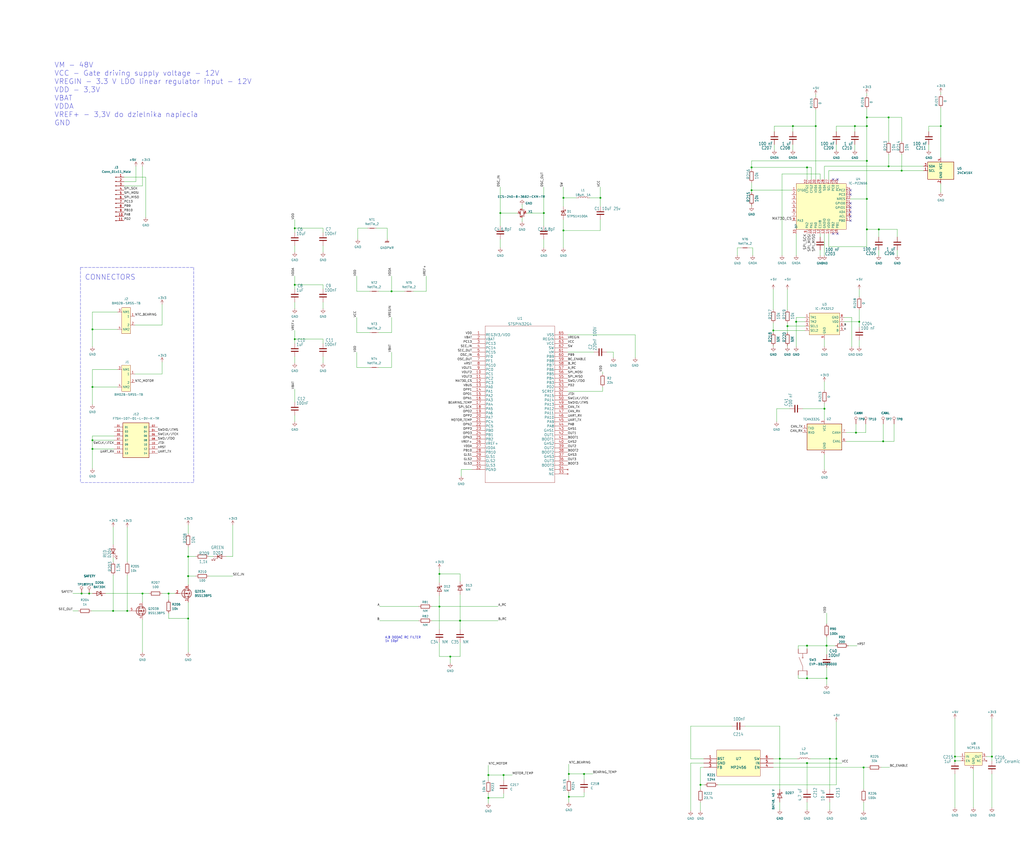
<source format=kicad_sch>
(kicad_sch (version 20211123) (generator eeschema)
  (paper "User" 597.865 499.923)
  (junction (at 471.17 377.19))
  (junction (at 760.73 185.42))
  (junction (at 681.355 25.4))
  (junction (at 760.095 132.08))
  (junction (at 579.12 441.96))
  (junction (at 332.105 465.455))
  (junction (at 988.695 129.54))
  (junction (at 798.83 109.22))
  (junction (at 676.275 293.37))
  (junction (at 74.295 356.87))
  (junction (at 83.185 346.71))
  (junction (at 665.48 159.385))
  (junction (at 891.54 346.075))
  (junction (at 294.005 452.755))
  (junction (at 762 160.02))
  (junction (at 340.995 452.12))
  (junction (at 865.505 184.785))
  (junction (at 903.605 108.585))
  (junction (at 506.095 116.205))
  (junction (at 317.5 124.46))
  (junction (at 98.425 346.71))
  (junction (at 328.93 134.62))
  (junction (at 687.705 131.445))
  (junction (at 476.25 73.66))
  (junction (at 484.505 443.23))
  (junction (at 673.1 25.4))
  (junction (at 972.185 148.59))
  (junction (at 455.295 443.23))
  (junction (at 256.54 335.28))
  (junction (at 885.19 332.74))
  (junction (at 866.775 159.385))
  (junction (at 459.74 190.5))
  (junction (at 786.13 346.71))
  (junction (at 791.845 333.375))
  (junction (at 784.86 185.42))
  (junction (at 664.21 184.785))
  (junction (at 438.785 97.79))
  (junction (at 499.11 73.66))
  (junction (at 53.975 192.405))
  (junction (at 506.095 93.98))
  (junction (at 774.7 264.795))
  (junction (at 506.095 133.985))
  (junction (at 702.31 108.585))
  (junction (at 109.855 336.55))
  (junction (at 518.795 97.155))
  (junction (at 464.82 187.96))
  (junction (at 499.745 252.73))
  (junction (at 515.62 257.81))
  (junction (at 683.26 332.74))
  (junction (at 518.795 68.58))
  (junction (at 702.31 233.68))
  (junction (at 889 131.445))
  (junction (at 549.275 73.66))
  (junction (at 836.93 26.67))
  (junction (at 501.65 187.96))
  (junction (at 438.785 111.125))
  (junction (at 350.52 115.57))
  (junction (at 172.085 198.12))
  (junction (at 66.04 356.87))
  (junction (at 172.085 133.35))
  (junction (at 256.54 354.33))
  (junction (at 408.94 458.47))
  (junction (at 471.17 97.79))
  (junction (at 47.625 346.71))
  (junction (at 663.575 131.445))
  (junction (at 647.7 27.305))
  (junction (at 784.225 132.08))
  (junction (at 903.605 233.68))
  (junction (at 506.095 73.66))
  (junction (at 903.605 159.385))
  (junction (at 889.635 184.785))
  (junction (at 482.6 377.19))
  (junction (at 702.31 212.09))
  (junction (at 451.485 193.04))
  (junction (at 798.83 212.725))
  (junction (at 109.855 325.12))
  (junction (at 228.6 170.18))
  (junction (at 526.415 99.695))
  (junction (at 783.59 26.67))
  (junction (at 864.87 131.445))
  (junction (at 798.83 160.02))
  (junction (at 880.11 264.16))
  (junction (at 504.19 448.31))
  (junction (at 52.07 346.71))
  (junction (at 772.795 294.005))
  (junction (at 702.31 159.385))
  (junction (at 328.93 115.57))
  (junction (at 471.17 396.24))
  (junction (at 513.08 133.985))
  (junction (at 557.53 441.96))
  (junction (at 688.34 184.785))
  (junction (at 878.205 293.37))
  (junction (at 332.105 452.12))
  (junction (at 285.115 452.755))
  (junction (at 262.89 383.54))
  (junction (at 53.975 226.06))
  (junction (at 798.83 26.67))
  (junction (at 972.185 129.54))
  (junction (at 557.53 444.5))
  (junction (at 811.53 26.67))
  (junction (at 53.975 262.255))
  (junction (at 642.62 27.305))
  (junction (at 903.605 212.09))
  (junction (at 506.095 68.58))
  (junction (at 268.605 362.585))
  (junction (at 172.085 166.37))
  (junction (at 695.325 332.74))
  (junction (at 779.78 333.375))
  (junction (at 488.315 443.23))
  (junction (at 482.6 396.24))
  (junction (at 109.855 361.315))
  (junction (at 798.83 234.315))
  (junction (at 471.17 445.77))
  (junction (at 481.33 238.76))
  (junction (at 828.04 26.67))
  (junction (at 897.255 332.74))
  (junction (at 292.1 124.46))
  (junction (at 689.61 346.075))
  (junction (at 462.915 73.66))
  (junction (at 285.115 466.09))
  (junction (at 678.18 264.16))
  (junction (at 53.975 257.175))
  (no_connect (at 488.95 104.775))
  (no_connect (at 486.41 104.775))
  (no_connect (at 496.57 123.825))
  (no_connect (at 496.57 128.905))
  (no_connect (at 496.57 126.365))
  (no_connect (at 496.57 118.745))
  (no_connect (at 496.57 121.285))
  (no_connect (at 496.57 113.665))
  (no_connect (at 496.57 111.125))
  (no_connect (at 488.95 136.525))
  (no_connect (at 486.41 136.525))
  (wire (pts (xy 784.86 173.99) (xy 784.86 185.42)))
  (wire (pts (xy 786.13 346.71) (xy 786.13 349.885)))
  (wire (pts (xy 659.13 233.68) (xy 702.31 233.68)))
  (wire (pts (xy 53.975 254.635) (xy 53.975 257.175)))
  (wire (pts (xy 471.17 468.63) (xy 471.17 473.075)))
  (wire (pts (xy 861.06 293.37) (xy 865.505 293.37)))
  (wire (pts (xy 482.6 377.19) (xy 482.6 372.11)))
  (wire (pts (xy 487.68 377.19) (xy 482.6 377.19)))
  (wire (pts (xy 494.03 257.81) (xy 515.62 257.81)))
  (wire (pts (xy 515.62 257.81) (xy 515.62 247.65)))
  (wire (pts (xy 496.57 116.205) (xy 506.095 116.205)))
  (wire (pts (xy 317.5 139.7) (xy 317.5 144.78)))
  (wire (pts (xy 504.19 468.63) (xy 504.19 473.71)))
  (wire (pts (xy 903.605 189.865) (xy 903.605 212.09)))
  (wire (pts (xy 328.93 128.27) (xy 328.93 134.62)))
  (wire (pts (xy 328.93 134.62) (xy 328.93 144.78)))
  (wire (pts (xy 557.53 441.96) (xy 557.53 419.735)))
  (wire (pts (xy 702.31 189.865) (xy 702.31 212.09)))
  (wire (pts (xy 94.615 346.71) (xy 98.425 346.71)))
  (wire (pts (xy 887.9263 304.165) (xy 908.685 304.165)))
  (wire (pts (xy 549.275 53.975) (xy 549.275 55.245)))
  (wire (pts (xy 340.995 452.12) (xy 340.995 455.295)))
  (wire (pts (xy 770.89 173.99) (xy 784.86 173.99)))
  (wire (pts (xy 172.085 227.33) (xy 172.085 234.95)))
  (wire (pts (xy 663.575 131.445) (xy 676.275 131.445)))
  (wire (pts (xy 469.9 187.96) (xy 464.82 187.96)))
  (wire (pts (xy 702.945 278.13) (xy 706.755 278.13)))
  (wire (pts (xy 878.205 293.37) (xy 893.445 293.37)))
  (wire (pts (xy 678.18 264.16) (xy 691.515 264.16)))
  (wire (pts (xy 891.54 346.075) (xy 897.255 346.075)))
  (wire (pts (xy 452.12 73.66) (xy 462.915 73.66)))
  (wire (pts (xy 53.975 254.635) (xy 66.675 254.635)))
  (wire (pts (xy 497.205 202.565) (xy 497.205 185.42)))
  (wire (pts (xy 972.185 110.49) (xy 972.185 116.84)))
  (wire (pts (xy 515.62 257.81) (xy 521.97 257.81)))
  (wire (pts (xy 208.28 170.18) (xy 215.9 170.18)))
  (wire (pts (xy 410.845 448.31) (xy 408.94 448.31)))
  (wire (pts (xy 219.71 133.35) (xy 226.06 133.35)))
  (wire (pts (xy 226.06 133.35) (xy 226.06 139.7)))
  (wire (pts (xy 53.975 215.9) (xy 53.975 226.06)))
  (wire (pts (xy 861.06 264.16) (xy 865.505 264.16)))
  (wire (pts (xy 659.13 293.37) (xy 663.575 293.37)))
  (wire (pts (xy 455.295 443.23) (xy 455.295 461.01)))
  (wire (pts (xy 74.295 335.915) (xy 74.295 356.87)))
  (wire (pts (xy 542.29 73.66) (xy 549.275 73.66)))
  (wire (pts (xy 451.485 201.93) (xy 451.485 202.565)))
  (wire (pts (xy 885.19 131.445) (xy 889 131.445)))
  (wire (pts (xy 760.095 120.65) (xy 760.095 132.08)))
  (wire (pts (xy 438.785 120.015) (xy 438.785 120.65)))
  (wire (pts (xy 471.17 97.79) (xy 471.17 104.775)))
  (wire (pts (xy 256.54 375.285) (xy 256.54 383.54)))
  (wire (pts (xy 720.09 120.65) (xy 720.09 124.46)))
  (wire (pts (xy 798.83 137.16) (xy 798.83 160.02)))
  (wire (pts (xy 798.83 160.02) (xy 806.45 160.02)))
  (wire (pts (xy 462.915 84.455) (xy 462.915 87.63)))
  (wire (pts (xy 292.1 139.7) (xy 292.1 144.78)))
  (wire (pts (xy 471.17 377.19) (xy 482.6 377.19)))
  (wire (pts (xy 469.9 185.42) (xy 464.82 185.42)))
  (wire (pts (xy 798.83 109.22) (xy 816.61 109.22)))
  (wire (pts (xy 836.93 42.545) (xy 836.93 57.15)))
  (wire (pts (xy 332.105 465.455) (xy 332.105 468.63)))
  (wire (pts (xy 98.425 358.14) (xy 98.425 361.315)))
  (wire (pts (xy 791.845 317.5) (xy 791.845 321.31)))
  (wire (pts (xy 678.18 257.175) (xy 678.18 264.16)))
  (wire (pts (xy 779.78 346.71) (xy 786.13 346.71)))
  (wire (pts (xy 451.485 193.04) (xy 451.485 188.595)))
  (wire (pts (xy 885.19 332.74) (xy 897.255 332.74)))
  (wire (pts (xy 702.31 136.525) (xy 702.31 159.385)))
  (wire (pts (xy 702.31 159.385) (xy 702.31 179.705)))
  (wire (pts (xy 403.225 424.18) (xy 427.355 424.18)))
  (wire (pts (xy 903.605 108.585) (xy 921.385 108.585)))
  (wire (pts (xy 878.205 293.37) (xy 878.205 304.165)))
  (wire (pts (xy 459.74 168.91) (xy 459.74 180.975)))
  (wire (pts (xy 678.18 277.495) (xy 678.18 281.305)))
  (wire (pts (xy 53.975 192.405) (xy 68.58 192.405)))
  (wire (pts (xy 673.1 53.34) (xy 673.1 54.61)))
  (wire (pts (xy 471.17 445.77) (xy 471.17 461.01)))
  (wire (pts (xy 880.11 277.495) (xy 880.11 281.305)))
  (wire (pts (xy 506.095 133.985) (xy 506.095 144.145)))
  (wire (pts (xy 897.255 332.74) (xy 911.86 332.74)))
  (wire (pts (xy 328.93 115.57) (xy 328.93 120.65)))
  (wire (pts (xy 256.54 383.54) (xy 262.89 383.54)))
  (wire (pts (xy 557.53 444.5) (xy 557.53 441.96)))
  (wire (pts (xy 762 154.94) (xy 762 160.02)))
  (wire (pts (xy 488.315 73.66) (xy 499.11 73.66)))
  (wire (pts (xy 256.54 347.98) (xy 256.54 354.33)))
  (wire (pts (xy 241.3 170.18) (xy 248.92 170.18)))
  (wire (pts (xy 208.28 214.63) (xy 215.9 214.63)))
  (wire (pts (xy 268.605 383.54) (xy 262.89 383.54)))
  (wire (pts (xy 755.65 234.315) (xy 798.83 234.315)))
  (wire (pts (xy 94.615 211.455) (xy 94.615 218.44)))
  (wire (pts (xy 455.295 443.23) (xy 451.485 443.23)))
  (wire (pts (xy 858.52 131.445) (xy 864.87 131.445)))
  (wire (pts (xy 523.875 146.05) (xy 523.875 149.225)))
  (wire (pts (xy 53.34 356.87) (xy 66.04 356.87)))
  (wire (pts (xy 688.975 33.02) (xy 688.975 34.29)))
  (wire (pts (xy 476.25 73.66) (xy 476.25 104.775)))
  (wire (pts (xy 172.085 166.37) (xy 172.085 168.91)))
  (wire (pts (xy 542.29 76.835) (xy 542.29 73.66)))
  (wire (pts (xy 304.8 127) (xy 304.8 129.54)))
  (wire (pts (xy 268.605 339.725) (xy 268.605 335.28)))
  (wire (pts (xy 403.225 445.77) (xy 403.225 473.71)))
  (wire (pts (xy 432.435 144.78) (xy 430.53 144.78)))
  (wire (pts (xy 256.54 340.36) (xy 256.54 335.28)))
  (wire (pts (xy 523.875 133.985) (xy 513.08 133.985)))
  (wire (pts (xy 410.845 445.77) (xy 403.225 445.77)))
  (wire (pts (xy 798.83 26.67) (xy 811.53 26.67)))
  (wire (pts (xy 811.53 26.67) (xy 828.04 26.67)))
  (wire (pts (xy 403.225 443.23) (xy 403.225 424.18)))
  (wire (pts (xy 760.095 132.08) (xy 772.795 132.08)))
  (wire (pts (xy 836.93 26.67) (xy 836.93 37.465)))
  (wire (pts (xy 740.41 29.21) (xy 740.41 24.13)))
  (wire (pts (xy 109.855 325.12) (xy 109.855 336.55)))
  (wire (pts (xy 506.095 73.66) (xy 499.11 73.66)))
  (wire (pts (xy 762.635 120.65) (xy 760.095 120.65)))
  (wire (pts (xy 285.115 452.755) (xy 285.115 455.93)))
  (wire (pts (xy 514.35 448.31) (xy 519.43 448.31)))
  (wire (pts (xy 208.28 161.29) (xy 208.28 170.18)))
  (wire (pts (xy 647.7 27.305) (xy 647.7 29.845)))
  (wire (pts (xy 292.1 109.22) (xy 292.1 124.46)))
  (wire (pts (xy 673.1 35.56) (xy 673.1 36.83)))
  (wire (pts (xy 358.14 205.74) (xy 354.33 205.74)))
  (wire (pts (xy 294.005 466.09) (xy 285.115 466.09)))
  (wire (pts (xy 783.59 24.13) (xy 783.59 26.67)))
  (wire (pts (xy 262.89 383.54) (xy 262.89 387.35)))
  (wire (pts (xy 228.6 170.18) (xy 236.22 170.18)))
  (polyline (pts (xy 46.99 156.21) (xy 46.99 281.94)))
  (polyline (pts (xy 46.99 156.21) (xy 113.03 156.21)))
  (polyline (pts (xy 113.03 156.21) (xy 113.03 281.94)))
  (polyline (pts (xy 113.03 281.94) (xy 46.99 281.94)))
  (wire (pts (xy 972.185 129.54) (xy 972.185 124.46)))
  (wire (pts (xy 220.98 214.63) (xy 228.6 214.63)))
  (wire (pts (xy 683.26 332.74) (xy 683.26 335.915)))
  (wire (pts (xy 891.54 346.075) (xy 891.54 349.25)))
  (wire (pts (xy 880.11 245.11) (xy 880.11 249.555)))
  (wire (pts (xy 304.8 119.38) (xy 304.8 121.92)))
  (wire (pts (xy 755.65 264.795) (xy 760.095 264.795)))
  (wire (pts (xy 755.015 333.375) (xy 759.46 333.375)))
  (wire (pts (xy 228.6 161.29) (xy 228.6 170.18)))
  (wire (pts (xy 762 160.02) (xy 798.83 160.02)))
  (wire (pts (xy 408.94 458.47) (xy 408.94 461.01)))
  (wire (pts (xy 657.225 131.445) (xy 663.575 131.445)))
  (wire (pts (xy 706.755 278.13) (xy 706.755 304.165)))
  (wire (pts (xy 579.12 441.96) (xy 579.12 444.5)))
  (wire (pts (xy 903.605 226.695) (xy 903.605 233.68)))
  (wire (pts (xy 864.87 120.015) (xy 864.87 131.445)))
  (wire (pts (xy 506.095 116.205) (xy 506.095 133.985)))
  (wire (pts (xy 109.855 325.12) (xy 114.3 325.12)))
  (wire (pts (xy 172.085 161.29) (xy 172.085 166.37)))
  (wire (pts (xy 903.605 136.525) (xy 903.605 159.385)))
  (wire (pts (xy 464.82 185.42) (xy 464.82 187.96)))
  (wire (pts (xy 464.82 187.96) (xy 464.82 202.565)))
  (wire (pts (xy 438.785 111.125) (xy 438.785 112.395)))
  (wire (pts (xy 860.425 159.385) (xy 866.775 159.385)))
  (wire (pts (xy 772.795 294.005) (xy 772.795 304.8)))
  (wire (pts (xy 285.115 466.09) (xy 285.115 469.265)))
  (wire (pts (xy 499.11 84.455) (xy 499.11 87.63)))
  (wire (pts (xy 66.04 356.87) (xy 74.295 356.87)))
  (wire (pts (xy 760.73 173.99) (xy 760.73 185.42)))
  (wire (pts (xy 109.855 319.405) (xy 109.855 325.12)))
  (wire (pts (xy 434.975 424.18) (xy 455.295 424.18)))
  (wire (pts (xy 506.095 93.98) (xy 506.095 116.205)))
  (wire (pts (xy 481.33 198.12) (xy 481.33 202.565)))
  (wire (pts (xy 459.74 188.595) (xy 459.74 190.5)))
  (wire (pts (xy 506.095 93.98) (xy 438.785 93.98)))
  (wire (pts (xy 513.08 133.985) (xy 506.095 133.985)))
  (wire (pts (xy 798.83 212.725) (xy 798.83 219.71)))
  (wire (pts (xy 657.86 184.785) (xy 664.21 184.785)))
  (wire (pts (xy 488.315 458.47) (xy 488.315 443.23)))
  (wire (pts (xy 74.295 307.975) (xy 74.295 328.295)))
  (wire (pts (xy 506.095 68.58) (xy 506.095 73.66)))
  (wire (pts (xy 188.595 208.28) (xy 188.595 212.09)))
  (wire (pts (xy 328.93 115.57) (xy 336.55 115.57)))
  (wire (pts (xy 702.31 233.68) (xy 702.31 236.855)))
  (wire (pts (xy 904.875 278.13) (xy 908.685 278.13)))
  (wire (pts (xy 438.785 111.125) (xy 462.28 111.125)))
  (wire (pts (xy 702.31 226.695) (xy 702.31 233.68)))
  (wire (pts (xy 506.095 68.58) (xy 518.795 68.58)))
  (wire (pts (xy 774.7 264.795) (xy 774.7 270.51)))
  (wire (pts (xy 481.33 136.525) (xy 481.33 149.225)))
  (wire (pts (xy 285.115 452.755) (xy 294.005 452.755)))
  (wire (pts (xy 683.26 343.535) (xy 683.26 346.075)))
  (wire (pts (xy 683.26 346.075) (xy 689.61 346.075)))
  (wire (pts (xy 689.61 346.075) (xy 695.325 346.075)))
  (wire (pts (xy 695.325 346.075) (xy 695.325 343.535)))
  (wire (pts (xy 774.7 278.13) (xy 774.7 281.94)))
  (wire (pts (xy 53.975 226.06) (xy 68.58 226.06)))
  (wire (pts (xy 791.845 346.71) (xy 791.845 344.17)))
  (wire (pts (xy 317.5 109.22) (xy 317.5 124.46)))
  (wire (pts (xy 684.53 184.785) (xy 688.34 184.785)))
  (wire (pts (xy 676.275 293.37) (xy 676.275 304.165)))
  (wire (pts (xy 66.04 335.915) (xy 66.04 356.87)))
  (wire (pts (xy 702.31 103.505) (xy 702.31 108.585)))
  (wire (pts (xy 471.17 445.77) (xy 491.49 445.77)))
  (wire (pts (xy 53.975 257.175) (xy 66.675 257.175)))
  (wire (pts (xy 875.03 120.015) (xy 889 120.015)))
  (wire (pts (xy 98.425 361.315) (xy 109.855 361.315)))
  (wire (pts (xy 755.65 143.51) (xy 762 143.51)))
  (wire (pts (xy 483.87 144.145) (xy 506.095 144.145)))
  (wire (pts (xy 419.1 458.47) (xy 488.315 458.47)))
  (wire (pts (xy 972.185 148.59) (xy 988.695 148.59)))
  (wire (pts (xy 408.94 468.63) (xy 408.94 473.71)))
  (wire (pts (xy 121.92 325.12) (xy 124.46 325.12)))
  (wire (pts (xy 98.425 346.71) (xy 102.235 346.71)))
  (wire (pts (xy 777.24 26.67) (xy 783.59 26.67)))
  (wire (pts (xy 208.28 205.74) (xy 208.28 214.63)))
  (wire (pts (xy 294.005 463.55) (xy 294.005 466.09)))
  (wire (pts (xy 451.485 193.04) (xy 469.9 193.04)))
  (wire (pts (xy 889 131.445) (xy 895.985 131.445)))
  (wire (pts (xy 921.385 120.65) (xy 921.385 124.46)))
  (wire (pts (xy 798.83 104.14) (xy 798.83 109.22)))
  (wire (pts (xy 466.09 377.19) (xy 471.17 377.19)))
  (wire (pts (xy 767.08 333.375) (xy 769.62 333.375)))
  (wire (pts (xy 659.13 212.09) (xy 702.31 212.09)))
  (wire (pts (xy 676.275 304.165) (xy 678.3763 304.165)))
  (wire (pts (xy 452.12 76.835) (xy 452.12 73.66)))
  (wire (pts (xy 504.19 448.31) (xy 504.19 461.01)))
  (wire (pts (xy 868.045 173.355) (xy 865.505 173.355)))
  (wire (pts (xy 695.325 332.74) (xy 695.325 335.915)))
  (wire (pts (xy 670.56 332.74) (xy 673.1 332.74)))
  (wire (pts (xy 882.65 332.74) (xy 885.19 332.74)))
  (wire (pts (xy 483.87 136.525) (xy 483.87 144.145)))
  (wire (pts (xy 688.34 184.785) (xy 694.69 184.785)))
  (wire (pts (xy 83.185 108.585) (xy 83.185 97.155)))
  (wire (pts (xy 455.295 468.63) (xy 455.295 473.075)))
  (wire (pts (xy 94.615 177.8) (xy 94.615 189.865)))
  (wire (pts (xy 497.205 185.42) (xy 492.76 185.42)))
  (wire (pts (xy 687.705 131.445) (xy 694.69 131.445)))
  (wire (pts (xy 770.255 120.65) (xy 784.225 120.65)))
  (wire (pts (xy 642.62 24.765) (xy 642.62 27.305)))
  (wire (pts (xy 642.62 27.305) (xy 647.7 27.305)))
  (wire (pts (xy 647.7 24.765) (xy 647.7 27.305)))
  (wire (pts (xy 451.485 193.04) (xy 451.485 194.31)))
  (wire (pts (xy 466.09 377.19) (xy 466.09 379.095)))
  (wire (pts (xy 332.105 446.405) (xy 332.105 452.12)))
  (wire (pts (xy 109.855 361.315) (xy 109.855 381)))
  (wire (pts (xy 689.61 346.075) (xy 689.61 349.25)))
  (wire (pts (xy 681.355 25.4) (xy 681.355 34.29)))
  (wire (pts (xy 462.915 76.835) (xy 462.915 73.66)))
  (wire (pts (xy 513.08 138.43) (xy 513.08 133.985)))
  (wire (pts (xy 791.845 328.93) (xy 791.845 333.375)))
  (wire (pts (xy 642.62 27.305) (xy 642.62 29.845)))
  (wire (pts (xy 666.115 120.015) (xy 663.575 120.015)))
  (wire (pts (xy 484.505 443.23) (xy 488.315 443.23)))
  (wire (pts (xy 455.295 443.23) (xy 465.455 443.23)))
  (wire (pts (xy 674.37 173.355) (xy 688.34 173.355)))
  (wire (pts (xy 494.03 252.73) (xy 499.745 252.73)))
  (wire (pts (xy 499.745 252.73) (xy 505.46 252.73)))
  (wire (pts (xy 505.46 252.73) (xy 505.46 247.65)))
  (wire (pts (xy 220.98 194.31) (xy 228.6 194.31)))
  (wire (pts (xy 228.6 185.42) (xy 228.6 194.31)))
  (wire (pts (xy 317.5 124.46) (xy 317.5 132.08)))
  (wire (pts (xy 331.47 195.58) (xy 370.84 195.58)))
  (wire (pts (xy 370.84 195.58) (xy 370.84 208.915)))
  (wire (pts (xy 903.605 159.385) (xy 903.605 179.705)))
  (wire (pts (xy 521.97 257.81) (xy 521.97 247.65)))
  (wire (pts (xy 478.79 136.525) (xy 478.79 138.43)))
  (wire (pts (xy 755.65 212.725) (xy 798.83 212.725)))
  (wire (pts (xy 256.54 354.33) (xy 290.83 354.33)))
  (wire (pts (xy 760.73 185.42) (xy 773.43 185.42)))
  (wire (pts (xy 798.83 160.02) (xy 798.83 180.34)))
  (wire (pts (xy 777.24 333.375) (xy 779.78 333.375)))
  (wire (pts (xy 828.04 26.67) (xy 828.04 37.465)))
  (wire (pts (xy 897.255 328.295) (xy 897.255 332.74)))
  (wire (pts (xy 988.695 129.54) (xy 988.695 135.89)))
  (wire (pts (xy 889.635 184.785) (xy 895.985 184.785)))
  (wire (pts (xy 897.255 332.74) (xy 897.255 335.915)))
  (wire (pts (xy 53.975 262.255) (xy 53.975 273.685)))
  (wire (pts (xy 542.29 84.455) (xy 542.29 87.63)))
  (wire (pts (xy 482.6 389.89) (xy 482.6 396.24)))
  (wire (pts (xy 482.6 396.24) (xy 482.6 400.05)))
  (wire (pts (xy 903.605 103.505) (xy 903.605 108.585)))
  (wire (pts (xy 408.94 458.47) (xy 411.48 458.47)))
  (wire (pts (xy 659.13 142.875) (xy 665.48 142.875)))
  (wire (pts (xy 665.48 146.685) (xy 665.48 142.875)))
  (wire (pts (xy 780.415 132.08) (xy 784.225 132.08)))
  (wire (pts (xy 865.505 184.785) (xy 878.205 184.785)))
  (wire (pts (xy 702.31 159.385) (xy 709.93 159.385)))
  (wire (pts (xy 860.425 233.68) (xy 903.605 233.68)))
  (wire (pts (xy 972.185 129.54) (xy 988.695 129.54)))
  (wire (pts (xy 988.695 129.54) (xy 996.315 129.54)))
  (wire (pts (xy 438.785 97.79) (xy 438.785 99.06)))
  (wire (pts (xy 358.14 205.74) (xy 358.14 208.915)))
  (wire (pts (xy 549.275 62.865) (xy 549.275 73.66)))
  (wire (pts (xy 228.6 205.74) (xy 228.6 214.63)))
  (wire (pts (xy 513.08 146.05) (xy 513.08 149.225)))
  (wire (pts (xy 72.39 106.045) (xy 79.375 106.045)))
  (wire (pts (xy 221.615 354.33) (xy 244.475 354.33)))
  (wire (pts (xy 53.975 192.405) (xy 53.975 202.565)))
  (wire (pts (xy 811.53 26.67) (xy 811.53 36.195)))
  (wire (pts (xy 438.785 97.79) (xy 471.17 97.79)))
  (wire (pts (xy 438.785 111.125) (xy 438.785 106.68)))
  (wire (pts (xy 439.42 144.78) (xy 437.515 144.78)))
  (wire (pts (xy 798.83 35.56) (xy 798.83 36.83)))
  (wire (pts (xy 332.105 452.12) (xy 340.995 452.12)))
  (wire (pts (xy 74.295 356.87) (xy 75.565 356.87)))
  (wire (pts (xy 188.595 200.66) (xy 188.595 198.12)))
  (wire (pts (xy 340.995 465.455) (xy 332.105 465.455)))
  (wire (pts (xy 988.695 110.49) (xy 988.695 116.84)))
  (wire (pts (xy 85.09 103.505) (xy 85.09 127)))
  (wire (pts (xy 579.12 419.735) (xy 579.12 441.96)))
  (wire (pts (xy 665.48 154.305) (xy 665.48 159.385)))
  (wire (pts (xy 456.565 149.225) (xy 456.565 101.6)))
  (wire (pts (xy 880.11 257.175) (xy 880.11 264.16)))
  (wire (pts (xy 135.89 306.705) (xy 135.89 325.12)))
  (wire (pts (xy 889 120.015) (xy 889 131.445)))
  (wire (pts (xy 774.7 257.81) (xy 774.7 264.795)))
  (wire (pts (xy 268.605 362.585) (xy 290.83 362.585)))
  (wire (pts (xy 340.995 452.12) (xy 346.075 452.12)))
  (wire (pts (xy 560.705 441.96) (xy 557.53 441.96)))
  (wire (pts (xy 109.855 306.705) (xy 109.855 311.785)))
  (wire (pts (xy 866.775 154.305) (xy 866.775 159.385)))
  (wire (pts (xy 864.87 131.445) (xy 877.57 131.445)))
  (wire (pts (xy 885.19 346.075) (xy 891.54 346.075)))
  (wire (pts (xy 501.65 187.96) (xy 501.65 191.135)))
  (wire (pts (xy 972.185 129.54) (xy 972.185 135.89)))
  (wire (pts (xy 68.58 182.245) (xy 53.975 182.245)))
  (wire (pts (xy 172.085 143.51) (xy 172.085 147.32)))
  (wire (pts (xy 285.115 463.55) (xy 285.115 466.09)))
  (wire (pts (xy 484.505 443.23) (xy 484.505 461.01)))
  (wire (pts (xy 860.425 212.09) (xy 903.605 212.09)))
  (wire (pts (xy 687.705 120.015) (xy 687.705 131.445)))
  (wire (pts (xy 471.17 394.335) (xy 471.17 396.24)))
  (wire (pts (xy 988.695 129.54) (xy 988.695 124.46)))
  (wire (pts (xy 340.995 462.915) (xy 340.995 465.455)))
  (wire (pts (xy 78.74 218.44) (xy 94.615 218.44)))
  (wire (pts (xy 488.315 76.835) (xy 488.315 73.66)))
  (wire (pts (xy 478.79 101.6) (xy 478.79 104.775)))
  (wire (pts (xy 779.78 333.375) (xy 779.78 336.55)))
  (wire (pts (xy 659.13 264.16) (xy 663.575 264.16)))
  (wire (pts (xy 781.05 185.42) (xy 784.86 185.42)))
  (wire (pts (xy 172.085 176.53) (xy 172.085 180.34)))
  (wire (pts (xy 252.095 362.585) (xy 268.605 362.585)))
  (wire (pts (xy 988.695 148.59) (xy 988.695 143.51)))
  (wire (pts (xy 803.275 278.765) (xy 803.275 304.8)))
  (wire (pts (xy 42.545 356.87) (xy 45.72 356.87)))
  (wire (pts (xy 816.61 121.285) (xy 816.61 125.095)))
  (wire (pts (xy 799.465 278.765) (xy 803.275 278.765)))
  (wire (pts (xy 466.09 396.24) (xy 471.17 396.24)))
  (wire (pts (xy 172.085 208.28) (xy 172.085 212.09)))
  (wire (pts (xy 476.25 55.245) (xy 476.25 56.515)))
  (wire (pts (xy 685.9963 304.165) (xy 706.755 304.165)))
  (wire (pts (xy 66.04 325.755) (xy 66.04 328.295)))
  (wire (pts (xy 98.425 346.71) (xy 98.425 350.52)))
  (wire (pts (xy 292.1 124.46) (xy 292.1 132.08)))
  (wire (pts (xy 779.78 333.375) (xy 791.845 333.375)))
  (wire (pts (xy 208.915 133.35) (xy 208.915 139.7)))
  (wire (pts (xy 214.63 133.35) (xy 208.915 133.35)))
  (wire (pts (xy 248.92 161.29) (xy 248.92 170.18)))
  (wire (pts (xy 518.795 90.17) (xy 518.795 97.155)))
  (wire (pts (xy 786.13 346.71) (xy 791.845 346.71)))
  (wire (pts (xy 557.53 452.12) (xy 557.53 471.805)))
  (wire (pts (xy 268.605 347.345) (xy 268.605 362.585)))
  (wire (pts (xy 268.605 362.585) (xy 268.605 367.665)))
  (wire (pts (xy 767.715 264.795) (xy 774.7 264.795)))
  (wire (pts (xy 750.57 29.21) (xy 750.57 24.13)))
  (wire (pts (xy 438.785 93.98) (xy 438.785 97.79)))
  (wire (pts (xy 478.79 146.05) (xy 478.79 149.225)))
  (wire (pts (xy 83.185 361.95) (xy 83.185 381)))
  (wire (pts (xy 501.65 168.91) (xy 501.65 173.355)))
  (wire (pts (xy 755.65 160.02) (xy 762 160.02)))
  (wire (pts (xy 172.085 242.57) (xy 172.085 246.38)))
  (wire (pts (xy 908.685 278.13) (xy 908.685 304.165)))
  (wire (pts (xy 811.53 43.815) (xy 811.53 57.15)))
  (wire (pts (xy 903.605 159.385) (xy 911.225 159.385)))
  (wire (pts (xy 798.83 27.94) (xy 798.83 26.67)))
  (wire (pts (xy 903.605 233.68) (xy 903.605 236.855)))
  (wire (pts (xy 549.275 73.66) (xy 549.275 92.075)))
  (wire (pts (xy 560.705 444.5) (xy 557.53 444.5)))
  (wire (pts (xy 866.775 159.385) (xy 903.605 159.385)))
  (wire (pts (xy 188.595 198.12) (xy 172.085 198.12)))
  (wire (pts (xy 673.1 22.86) (xy 673.1 25.4)))
  (wire (pts (xy 673.1 25.4) (xy 681.355 25.4)))
  (wire (pts (xy 859.155 184.785) (xy 865.505 184.785)))
  (wire (pts (xy 294.005 452.755) (xy 294.005 455.93)))
  (wire (pts (xy 779.78 344.17) (xy 779.78 346.71)))
  (wire (pts (xy 256.54 335.28) (xy 268.605 335.28)))
  (wire (pts (xy 172.085 193.04) (xy 172.085 198.12)))
  (wire (pts (xy 439.42 149.225) (xy 439.42 144.78)))
  (wire (pts (xy 784.86 185.42) (xy 791.21 185.42)))
  (wire (pts (xy 462.915 73.66) (xy 476.25 73.66)))
  (wire (pts (xy 132.08 325.12) (xy 135.89 325.12)))
  (wire (pts (xy 83.185 346.71) (xy 86.995 346.71)))
  (wire (pts (xy 784.225 132.08) (xy 791.21 132.08)))
  (wire (pts (xy 897.255 316.865) (xy 897.255 320.675)))
  (wire (pts (xy 499.11 76.835) (xy 499.11 73.66)))
  (wire (pts (xy 79.375 106.045) (xy 79.375 97.155)))
  (wire (pts (xy 481.33 235.585) (xy 481.33 238.76)))
  (wire (pts (xy 836.93 26.67) (xy 860.425 26.67)))
  (wire (pts (xy 702.31 108.585) (xy 702.31 126.365)))
  (wire (pts (xy 681.355 25.4) (xy 681.355 22.86)))
  (wire (pts (xy 681.355 25.4) (xy 688.975 25.4)))
  (wire (pts (xy 688.975 27.94) (xy 688.975 25.4)))
  (wire (pts (xy 109.855 336.55) (xy 114.3 336.55)))
  (wire (pts (xy 351.79 217.17) (xy 351.79 218.44)))
  (wire (pts (xy 459.74 190.5) (xy 469.9 190.5)))
  (wire (pts (xy 294.005 452.755) (xy 299.085 452.755)))
  (wire (pts (xy 506.095 73.66) (xy 506.095 93.98)))
  (wire (pts (xy 860.425 332.74) (xy 864.87 332.74)))
  (wire (pts (xy 921.385 108.585) (xy 921.385 113.03)))
  (wire (pts (xy 903.605 108.585) (xy 903.605 126.365)))
  (wire (pts (xy 476.25 64.135) (xy 476.25 73.66)))
  (wire (pts (xy 42.545 346.71) (xy 47.625 346.71)))
  (wire (pts (xy 885.19 332.74) (xy 885.19 335.915)))
  (wire (pts (xy 865.505 173.355) (xy 865.505 184.785)))
  (wire (pts (xy 331.47 228.6) (xy 351.79 228.6)))
  (wire (pts (xy 68.58 215.9) (xy 53.975 215.9)))
  (wire (pts (xy 451.485 445.77) (xy 471.17 445.77)))
  (wire (pts (xy 518.795 68.58) (xy 518.795 82.55)))
  (wire (pts (xy 268.605 375.285) (xy 268.605 383.54)))
  (wire (pts (xy 755.65 294.005) (xy 760.095 294.005)))
  (wire (pts (xy 188.595 176.53) (xy 188.595 180.34)))
  (wire (pts (xy 506.095 63.5) (xy 506.095 68.58)))
  (wire (pts (xy 188.595 166.37) (xy 172.085 166.37)))
  (wire (pts (xy 53.975 226.06) (xy 53.975 236.22)))
  (wire (pts (xy 61.595 346.71) (xy 83.185 346.71)))
  (wire (pts (xy 328.93 134.62) (xy 350.52 134.62)))
  (wire (pts (xy 350.52 134.62) (xy 350.52 128.27)))
  (wire (pts (xy 53.975 262.255) (xy 66.675 262.255)))
  (wire (pts (xy 784.225 120.65) (xy 784.225 132.08)))
  (wire (pts (xy 659.13 159.385) (xy 665.48 159.385)))
  (wire (pts (xy 665.48 159.385) (xy 702.31 159.385)))
  (wire (pts (xy 53.975 182.245) (xy 53.975 192.405)))
  (wire (pts (xy 683.895 131.445) (xy 687.705 131.445)))
  (wire (pts (xy 452.12 84.455) (xy 452.12 87.63)))
  (wire (pts (xy 798.83 190.5) (xy 798.83 212.725)))
  (wire (pts (xy 332.105 452.12) (xy 332.105 455.295)))
  (wire (pts (xy 72.39 108.585) (xy 83.185 108.585)))
  (wire (pts (xy 83.185 346.71) (xy 83.185 351.79)))
  (wire (pts (xy 350.52 115.57) (xy 350.52 120.65)))
  (wire (pts (xy 523.875 138.43) (xy 523.875 133.985)))
  (wire (pts (xy 269.24 274.32) (xy 269.24 278.13)))
  (wire (pts (xy 275.59 274.32) (xy 269.24 274.32)))
  (wire (pts (xy 451.485 168.91) (xy 451.485 180.975)))
  (wire (pts (xy 702.31 108.585) (xy 720.09 108.585)))
  (wire (pts (xy 720.09 108.585) (xy 720.09 113.03)))
  (wire (pts (xy 172.085 198.12) (xy 172.085 200.66)))
  (wire (pts (xy 774.7 264.795) (xy 788.035 264.795)))
  (wire (pts (xy 897.255 346.075) (xy 897.255 343.535)))
  (wire (pts (xy 208.28 185.42) (xy 208.28 194.31)))
  (wire (pts (xy 208.28 194.31) (xy 215.9 194.31)))
  (wire (pts (xy 453.39 238.76) (xy 453.39 246.38)))
  (wire (pts (xy 461.01 238.76) (xy 453.39 238.76)))
  (wire (pts (xy 481.33 238.76) (xy 468.63 238.76)))
  (wire (pts (xy 292.1 124.46) (xy 302.26 124.46)))
  (wire (pts (xy 473.71 97.79) (xy 473.71 104.775)))
  (wire (pts (xy 783.59 26.67) (xy 798.83 26.67)))
  (wire (pts (xy 663.575 120.015) (xy 663.575 131.445)))
  (wire (pts (xy 767.715 294.005) (xy 772.795 294.005)))
  (wire (pts (xy 762 147.32) (xy 762 143.51)))
  (wire (pts (xy 695.325 328.295) (xy 695.325 332.74)))
  (wire (pts (xy 791.845 333.375) (xy 806.45 333.375)))
  (wire (pts (xy 664.21 173.355) (xy 664.21 184.785)))
  (wire (pts (xy 666.75 173.355) (xy 664.21 173.355)))
  (wire (pts (xy 466.09 394.335) (xy 466.09 396.24)))
  (wire (pts (xy 456.565 101.6) (xy 478.79 101.6)))
  (wire (pts (xy 72.39 103.505) (xy 85.09 103.505)))
  (wire (pts (xy 658.495 332.74) (xy 662.94 332.74)))
  (wire (pts (xy 671.195 264.16) (xy 678.18 264.16)))
  (wire (pts (xy 678.18 264.16) (xy 678.18 269.875)))
  (wire (pts (xy 285.115 447.04) (xy 285.115 452.755)))
  (wire (pts (xy 188.595 135.89) (xy 188.595 133.35)))
  (wire (pts (xy 499.745 252.73) (xy 499.745 247.65)))
  (wire (pts (xy 482.6 358.14) (xy 482.6 364.49)))
  (wire (pts (xy 695.325 316.865) (xy 695.325 320.675)))
  (wire (pts (xy 798.83 234.315) (xy 798.83 237.49)))
  (wire (pts (xy 860.425 142.875) (xy 866.775 142.875)))
  (wire (pts (xy 484.505 468.63) (xy 484.505 473.075)))
  (wire (pts (xy 473.075 443.23) (xy 484.505 443.23)))
  (wire (pts (xy 772.795 294.005) (xy 788.035 294.005)))
  (wire (pts (xy 172.085 128.27) (xy 172.085 133.35)))
  (wire (pts (xy 172.085 133.35) (xy 172.085 135.89)))
  (wire (pts (xy 408.94 448.31) (xy 408.94 458.47)))
  (wire (pts (xy 256.54 367.665) (xy 256.54 354.33)))
  (wire (pts (xy 504.19 448.31) (xy 506.73 448.31)))
  (wire (pts (xy 518.795 68.58) (xy 526.415 68.58)))
  (wire (pts (xy 488.315 84.455) (xy 488.315 87.63)))
  (wire (pts (xy 471.17 97.79) (xy 473.71 97.79)))
  (wire (pts (xy 798.83 109.22) (xy 798.83 127)))
  (wire (pts (xy 328.93 109.22) (xy 328.93 115.57)))
  (wire (pts (xy 791.845 333.375) (xy 791.845 336.55)))
  (wire (pts (xy 579.12 452.12) (xy 579.12 471.805)))
  (wire (pts (xy 252.095 354.33) (xy 256.54 354.33)))
  (wire (pts (xy 903.605 212.09) (xy 903.605 219.075)))
  (wire (pts (xy 828.04 42.545) (xy 828.04 57.15)))
  (wire (pts (xy 875.665 173.355) (xy 889.635 173.355)))
  (wire (pts (xy 506.095 54.61) (xy 506.095 55.88)))
  (wire (pts (xy 471.17 377.19) (xy 471.17 379.095)))
  (wire (pts (xy 753.745 132.08) (xy 760.095 132.08)))
  (wire (pts (xy 673.1 44.45) (xy 673.1 45.72)))
  (wire (pts (xy 332.105 462.915) (xy 332.105 465.455)))
  (wire (pts (xy 256.54 332.105) (xy 256.54 335.28)))
  (wire (pts (xy 880.11 264.16) (xy 880.11 269.875)))
  (wire (pts (xy 673.735 120.015) (xy 687.705 120.015)))
  (wire (pts (xy 798.83 227.33) (xy 798.83 234.315)))
  (wire (pts (xy 501.65 198.755) (xy 501.65 202.565)))
  (wire (pts (xy 782.5163 304.8) (xy 803.275 304.8)))
  (wire (pts (xy 671.195 293.37) (xy 676.275 293.37)))
  (wire (pts (xy 676.275 293.37) (xy 691.515 293.37)))
  (wire (pts (xy 702.31 212.09) (xy 702.31 219.075)))
  (wire (pts (xy 481.33 222.885) (xy 481.33 227.965)))
  (wire (pts (xy 481.33 238.76) (xy 481.33 245.11)))
  (wire (pts (xy 459.74 201.93) (xy 459.74 202.565)))
  (wire (pts (xy 678.18 245.11) (xy 678.18 249.555)))
  (wire (pts (xy 526.415 90.17) (xy 526.415 99.695)))
  (wire (pts (xy 885.19 343.535) (xy 885.19 346.075)))
  (wire (pts (xy 798.83 53.34) (xy 798.83 57.15)))
  (wire (pts (xy 526.415 68.58) (xy 526.415 82.55)))
  (wire (pts (xy 482.6 377.19) (xy 482.6 382.27)))
  (wire (pts (xy 172.085 133.35) (xy 188.595 133.35)))
  (wire (pts (xy 430.53 144.78) (xy 430.53 149.225)))
  (wire (pts (xy 504.19 448.31) (xy 451.485 448.31)))
  (wire (pts (xy 220.98 170.18) (xy 228.6 170.18)))
  (wire (pts (xy 307.34 124.46) (xy 317.5 124.46)))
  (wire (pts (xy 579.12 441.96) (xy 575.945 441.96)))
  (wire (pts (xy 972.185 143.51) (xy 972.185 148.59)))
  (wire (pts (xy 972.185 148.59) (xy 972.185 153.67)))
  (wire (pts (xy 878.205 304.165) (xy 880.3063 304.165)))
  (wire (pts (xy 52.07 346.71) (xy 53.975 346.71)))
  (wire (pts (xy 464.82 136.525) (xy 464.82 149.225)))
  (wire (pts (xy 481.33 104.775) (xy 481.33 97.155)))
  (wire (pts (xy 673.1 25.4) (xy 673.1 27.94)))
  (wire (pts (xy 777.24 24.13) (xy 777.24 26.67)))
  (wire (pts (xy 798.83 44.45) (xy 798.83 45.72)))
  (wire (pts (xy 109.855 351.79) (xy 109.855 361.315)))
  (wire (pts (xy 53.975 257.175) (xy 53.975 262.255)))
  (wire (pts (xy 664.21 184.785) (xy 676.91 184.785)))
  (wire (pts (xy 774.7 245.745) (xy 774.7 250.19)))
  (wire (pts (xy 331.47 205.74) (xy 346.71 205.74)))
  (wire (pts (xy 680.72 332.74) (xy 683.26 332.74)))
  (wire (pts (xy 683.26 332.74) (xy 695.325 332.74)))
  (wire (pts (xy 695.325 332.74) (xy 709.93 332.74)))
  (wire (pts (xy 455.295 424.18) (xy 455.295 443.23)))
  (wire (pts (xy 121.92 336.55) (xy 135.89 336.55)))
  (wire (pts (xy 410.845 443.23) (xy 403.225 443.23)))
  (wire (pts (xy 350.52 109.22) (xy 350.52 115.57)))
  (wire (pts (xy 880.11 264.16) (xy 893.445 264.16)))
  (wire (pts (xy 66.04 307.8288) (xy 66.04 318.135)))
  (wire (pts (xy 885.825 184.785) (xy 889.635 184.785)))
  (wire (pts (xy 828.04 26.67) (xy 836.93 26.67)))
  (wire (pts (xy 221.615 362.585) (xy 244.475 362.585)))
  (wire (pts (xy 47.625 346.71) (xy 52.07 346.71)))
  (wire (pts (xy 549.275 107.315) (xy 549.275 112.395)))
  (wire (pts (xy 78.74 189.865) (xy 94.615 189.865)))
  (wire (pts (xy 501.65 180.975) (xy 501.65 187.96)))
  (wire (pts (xy 688.34 173.355) (xy 688.34 184.785)))
  (wire (pts (xy 889.635 173.355) (xy 889.635 184.785)))
  (wire (pts (xy 872.49 332.74) (xy 875.03 332.74)))
  (wire (pts (xy 481.33 265.43) (xy 481.33 274.32)))
  (wire (pts (xy 344.17 115.57) (xy 350.52 115.57)))
  (wire (pts (xy 526.415 99.695) (xy 539.115 99.695)))
  (wire (pts (xy 483.87 99.695) (xy 483.87 104.775)))
  (wire (pts (xy 866.775 146.685) (xy 866.775 142.875)))
  (wire (pts (xy 459.74 190.5) (xy 459.74 194.31)))
  (wire (pts (xy 816.61 109.22) (xy 816.61 113.665)))
  (wire (pts (xy 772.795 304.8) (xy 774.8963 304.8)))
  (wire (pts (xy 873.125 264.16) (xy 880.11 264.16)))
  (wire (pts (xy 188.595 143.51) (xy 188.595 147.32)))
  (wire (pts (xy 109.855 336.55) (xy 109.855 341.63)))
  (wire (pts (xy 188.595 168.91) (xy 188.595 166.37)))
  (wire (pts (xy 526.415 99.695) (xy 483.87 99.695)))
  (wire (pts (xy 518.795 97.155) (xy 539.115 97.155)))
  (wire (pts (xy 492.76 187.96) (xy 501.65 187.96)))
  (wire (pts (xy 481.33 97.155) (xy 518.795 97.155)))
  (wire (pts (xy 754.38 185.42) (xy 760.73 185.42)))
  (wire (pts (xy 763.27 173.99) (xy 760.73 173.99)))
  (wire (pts (xy 867.41 120.015) (xy 864.87 120.015)))
  (wire (pts (xy 471.17 396.24) (xy 482.6 396.24)))
  (wire (pts (xy 568.325 449.58) (xy 568.325 471.805)))
  (wire (pts (xy 488.315 421.64) (xy 488.315 443.23)))
  (wire (pts (xy 351.79 226.06) (xy 351.79 228.6)))
  (wire (pts (xy 495.3 377.19) (xy 500.38 377.19)))
  (wire (pts (xy 873.125 293.37) (xy 878.205 293.37)))
  (text "VM - 48V\nVCC - Gate driving supply voltage - 12V\nVREGIN - 3.3 V LDO linear regulator input - 12V\nVDD - 3,3V\nVBAT\nVDDA\nVREF+ - 3,3V do dzielnika napiecia\nGND" (at 31.75 73.66 0) (effects (font (size 3 3)) (justify left bottom)))
  (text "CONNECTORS" (at 49.53 163.83 0) (effects (font (size 3 3)) (justify left bottom)))
  (text "WBUDOWANY OPAMP" (at 695.325 287.655 90) (effects (font (size 1.27 1.27)) (justify left bottom)))
  (text "A,B DODAĆ RC FILTER\n1k 10pF" (at 224.79 375.285 0) (effects (font (size 1.27 1.27)) (justify left bottom)))
  (text "WBUDOWANY OPAMP" (at 791.845 288.29 90) (effects (font (size 1.27 1.27)) (justify left bottom)))
  (text "WBUDOWANY OPAMP" (at 897.255 287.655 90) (effects (font (size 1.27 1.27)) (justify left bottom)))
  (label "OPO1" (at 275.59 231.14 180))
  (label "VDD" (at 172.085 128.27 90))
  (label "VCC" (at 208.28 185.42 90))
  (label "VSHUNT2P" (at 755.65 212.725 180))
  (label "UART_TX" (at 92.075 264.795 0))
  (label "SPI_MOSI" (at 473.71 136.525 270) (effects (font (size 1.5113 1.5113))))
  (label "W" (at 860.425 332.74 180))
  (label "VDDA" (at 695.325 316.865 90))
  (label "VDD" (at 275.59 195.58 180))
  (label "PB9" (at 72.39 121.285 0))
  (label "NTC_MOTOR" (at 285.115 447.04 0))
  (label "OUT1" (at 331.47 254 0))
  (label "SPI_SCK" (at 275.59 238.76 180))
  (label "SW" (at 331.47 203.2 0))
  (label "SPI_MOSI" (at 72.39 113.665 0))
  (label "VREF+" (at 275.59 259.08 180))
  (label "SWCLK{slash}JTCK" (at 92.075 254.635 0))
  (label "VBAT" (at 172.085 227.33 90))
  (label "MOTOR_TEMP" (at 275.59 246.38 180))
  (label "CAN_RX" (at 468.63 252.73 180))
  (label "JTDI" (at 331.47 231.14 0))
  (label "GLS1" (at 275.59 266.7 180))
  (label "PA8" (at 331.47 248.92 0))
  (label "VSHUNT1N" (at 659.13 293.37 180))
  (label "OPO3" (at 904.875 278.13 180))
  (label "CAN_RX" (at 331.47 241.3 0))
  (label "GHS2_MOS" (at 784.225 120.65 0))
  (label "SWO{slash}JTDO" (at 92.075 257.175 0))
  (label "nRST" (at 275.59 213.36 180))
  (label "SEC_IN" (at 135.89 336.55 0))
  (label "UART_RX" (at 331.47 243.84 0))
  (label "VREF+" (at 678.18 245.11 90))
  (label "VOUT2" (at 806.45 333.375 0))
  (label "V" (at 806.45 160.02 0))
  (label "VOUT3" (at 911.86 332.74 0))
  (label "A_RC" (at 290.83 354.33 0))
  (label "CAN_TX" (at 468.63 250.19 180))
  (label "GLS2_MOS" (at 784.86 173.99 0))
  (label "W" (at 911.225 159.385 0))
  (label "VSHUNT3P" (at 861.06 264.16 180))
  (label "OPO2" (at 275.59 241.3 180))
  (label "VDD" (at 482.6 358.14 90))
  (label "OPN3" (at 893.445 293.37 0))
  (label "SWDIO{slash}JTMS" (at 92.075 252.095 0))
  (label "VDD" (at 208.28 161.29 90))
  (label "GLS2" (at 754.38 185.42 180))
  (label "NTC_BEARING" (at 78.74 184.785 0))
  (label "BOOT2" (at 331.47 264.16 0))
  (label "OPP1" (at 691.515 264.16 0))
  (label "SEC_OUT" (at 42.545 356.87 180))
  (label "VOUT2" (at 275.59 218.44 180))
  (label "SWDIO{slash}JTMS" (at 331.47 236.22 0))
  (label "SWCLK{slash}JTCK" (at 331.47 233.68 0))
  (label "SWO{slash}JTDO" (at 331.47 223.52 0))
  (label "VDDA" (at 228.6 161.29 90))
  (label "VCC" (at 681.355 34.29 270))
  (label "VSHUNT2N" (at 755.65 234.315 180))
  (label "V" (at 755.015 333.375 180))
  (label "B" (at 492.76 190.5 0) (effects (font (size 1.0795 1.0795))))
  (label "PD2" (at 331.47 226.06 0))
  (label "SEC_OUT" (at 275.59 205.74 180))
  (label "VREF+" (at 248.92 161.29 90))
  (label "MA730_CS" (at 275.59 223.52 180))
  (label "VSHUNT2N" (at 755.65 294.005 180))
  (label "PD2" (at 72.39 128.905 0))
  (label "48V" (at 788.035 26.67 0))
  (label "CAN_TX" (at 331.47 238.76 0))
  (label "GLS1_MOS" (at 688.34 173.355 0))
  (label "OPP3" (at 893.445 264.16 0))
  (label "BC_ENABLE" (at 519.43 448.31 0))
  (label "VDD" (at 208.28 205.74 90))
  (label "OUT2" (at 331.47 261.62 0))
  (label "OPN3" (at 275.59 256.54 180))
  (label "VDDA" (at 275.59 261.62 180))
  (label "OSC_OUT" (at 275.59 210.82 180))
  (label "OPO2" (at 799.465 278.765 180))
  (label "VSHUNT1P" (at 659.13 264.16 180))
  (label "VBAT" (at 275.59 198.12 180))
  (label "BOOT1" (at 331.47 256.54 0))
  (label "GHS1_MOS" (at 687.705 120.015 0))
  (label "PB10" (at 72.39 123.825 0))
  (label "NTC_MOTOR" (at 78.74 223.52 0))
  (label "SPI_MOSI" (at 331.47 218.44 0))
  (label "PB9" (at 331.47 208.28 0))
  (label "VREGIN" (at 331.47 198.12 0))
  (label "BOOT2" (at 755.65 143.51 180))
  (label "VOUT1" (at 709.93 332.74 0))
  (label "SPI_MISO" (at 331.47 220.98 0))
  (label "VBUS" (at 996.315 129.54 0))
  (label "OSC_IN" (at 275.59 208.28 180))
  (label "OUT2" (at 755.65 160.02 180))
  (label "GLS3" (at 275.59 271.78 180))
  (label "OPP2" (at 275.59 243.84 180))
  (label "VSHUNT1N" (at 659.13 233.68 180))
  (label "VREF+" (at 880.11 245.11 90))
  (label "SPI_MISO" (at 72.39 116.205 0))
  (label "U" (at 709.93 159.385 0))
  (label "GHS2" (at 331.47 259.08 0))
  (label "BOOT3" (at 331.47 271.78 0))
  (label "B_RC" (at 290.83 362.585 0))
  (label "SPI_MISO" (at 476.25 136.525 270) (effects (font (size 1.5113 1.5113))))
  (label "VREF+" (at 172.085 193.04 90))
  (label "SWCLK{slash}JTCK" (at 66.675 259.715 180))
  (label "OUT1" (at 659.13 159.385 180))
  (label "SEC_IN" (at 275.59 203.2 180))
  (label "OSC_IN" (at 292.1 109.22 90))
  (label "OPN1" (at 275.59 233.68 180))
  (label "VCC" (at 331.47 200.66 0))
  (label "OUT3" (at 331.47 269.24 0))
  (label "OPO3" (at 275.59 254 180))
  (label "JTDI" (at 92.075 259.715 0))
  (label "VSHUNT3N" (at 861.06 293.37 180))
  (label "VBAT" (at 228.6 205.74 90))
  (label "OPN2" (at 788.035 294.005 0))
  (label "OPP3" (at 275.59 251.46 180))
  (label "MA730_CS" (at 462.28 128.905 180) (effects (font (size 1.5113 1.5113))))
  (label "GLS2" (at 275.59 269.24 180))
  (label "VSHUNT1P" (at 659.13 212.09 180))
  (label "B_RC" (at 331.47 213.36 0))
  (label "nRST" (at 500.38 377.19 0))
  (label "BEARING_TEMP" (at 346.075 452.12 0))
  (label "GHS3_MOS" (at 889 120.015 0))
  (label "MOTOR_TEMP" (at 299.085 452.755 0))
  (label "SW" (at 328.93 109.22 90))
  (label "VOUT3" (at 275.59 220.98 180))
  (label "U" (at 658.495 332.74 180))
  (label "GHS1" (at 331.47 251.46 0))
  (label "GHS2" (at 753.745 132.08 180))
  (label "OPO1" (at 702.945 278.13 180))
  (label "BOOT3" (at 860.425 142.875 180))
  (label "GLS3" (at 859.155 184.785 180))
  (label "PC13" (at 275.59 200.66 180))
  (label "BOOT1" (at 659.13 142.875 180))
  (label "BC_ENABLE" (at 331.47 210.82 0))
  (label "NTC_BEARING" (at 332.105 446.405 0))
  (label "VDDA" (at 897.255 316.865 90))
  (label "A_RC" (at 331.47 215.9 0))
  (label "VSHUNT3N" (at 860.425 233.68 180))
  (label "GHS3" (at 331.47 266.7 0))
  (label "PA8" (at 72.39 126.365 0))
  (label "VCC" (at 491.49 445.77 0))
  (label "UART_RX" (at 66.675 264.795 180))
  (label "VSHUNT2P" (at 755.65 264.795 180))
  (label "VDDA" (at 791.845 317.5 90))
  (label "A" (at 492.76 193.04 0) (effects (font (size 1.0795 1.0795))))
  (label "PB10" (at 275.59 264.16 180))
  (label "VM" (at 860.425 26.67 0) (effects (font (size 1.5113 1.5113))))
  (label "OPP2" (at 788.035 264.795 0))
  (label "VCC" (at 350.52 109.22 90))
  (label "VREGIN" (at 228.6 185.42 90))
  (label "GLS1" (at 657.86 184.785 180))
  (label "B" (at 221.615 362.585 180))
  (label "OSC_OUT" (at 317.5 109.22 90))
  (label "VOUT1" (at 275.59 215.9 180))
  (label "BEARING_TEMP" (at 275.59 236.22 180))
  (label "nRST" (at 92.075 262.255 0))
  (label "GLS3_MOS" (at 889.635 173.355 0))
  (label "OPN1" (at 691.515 293.37 0))
  (label "VREF+" (at 774.7 245.745 90))
  (label "OUT3" (at 860.425 159.385 180))
  (label "A" (at 221.615 354.33 180))
  (label "SPI_SCK" (at 72.39 111.125 0))
  (label "VM" (at 972.185 110.49 90))
  (label "OPN2" (at 275.59 248.92 180))
  (label "VBUS" (at 275.59 226.06 180))
  (label "GHS1" (at 657.225 131.445 180))
  (label "VDDA" (at 172.085 161.29 90))
  (label "SPI_SCK" (at 471.17 136.525 270) (effects (font (size 1.5113 1.5113))))
  (label "VSHUNT3P" (at 860.425 212.09 180))
  (label "SAFETY" (at 42.545 346.71 180))
  (label "GHS3" (at 858.52 131.445 180))
  (label "VDD" (at 351.79 217.17 90))
  (label "UART_TX" (at 331.47 246.38 0))
  (label "VDDA" (at 988.695 110.49 90))
  (label "OPP1" (at 275.59 228.6 180))
  (label "PC13" (at 72.39 118.745 0))
  (global_label "VM" (shape input) (at 702.31 103.505 90) (property "Intersheet References" "${INTERSHEET_REFS}" (effects hide)))
  (global_label "VM" (shape input) (at 903.605 103.505 90) (property "Intersheet References" "${INTERSHEET_REFS}" (effects hide)))
  (global_label "VM" (shape input) (at 798.83 104.14 90) (property "Intersheet References" "${INTERSHEET_REFS}" (effects hide)))
  (symbol (lib_id "Connector:TestPoint") (at 750.57 24.13 0) (unit 1)
    (property "Reference" "TP4" (at 748.1571 18.84 0) (effects (justify left)))
    (property "Value" "GND" (at 744.9821 24.1551 0) (effects (justify left)))
    (property "Footprint" "UNIVERSAL_JOINT:1-726388-2" (effects hide))
  )
  (symbol (lib_id "Device:R") (at 482.6 368.3 180) (unit 1)
    (property "Reference" "R90" (at 484.3781 367.3915 0) (effects (justify right)))
    (property "Value" "100k" (at 484.3781 370.1666 0) (effects (justify right)))
    (property "Footprint" "footprints:R_0402_1005Metric_Pad0.72x0.64mm_HandSolder" (effects hide))
  )
  (symbol (lib_id "Device:C") (at 499.11 80.645 0) (unit 1)
    (property "Reference" "C210" (at 497.586 85.471 0) (effects (font (size 1.778 1.5113)) (justify right top)))
    (property "Value" "1 uF" (at 498.221 82.931 0) (effects (font (size 1.778 1.5113)) (justify right top)))
    (property "Footprint" "footprints:C_0603_1608Metric_Pad1.08x0.95mm_HandSolder" (effects hide))
  )
  (symbol (lib_id "Device:R") (at 972.185 139.7 180) (unit 1)
    (property "Reference" "R39" (at 974.725 138.4299 0) (effects (justify right)))
    (property "Value" "3.01k 1%" (at 974.725 140.9699 0) (effects (justify right)))
    (property "Footprint" "footprints:R_0402_1005Metric_Pad0.72x0.64mm_HandSolder" (effects hide))
  )
  (symbol (lib_id "Device:D_Schottky") (at 897.255 324.485 270) (unit 1)
    (property "Reference" "D11" (at 899.2871 323.5765 90) (effects (justify left)))
    (property "Value" "BAT30K" (at 899.2871 326.3516 90) (effects (justify left)))
    (property "Footprint" "footprints:D_0603_1608Metric_Pad1.05x0.95mm_HandSolder" (effects hide))
  )
  (symbol (lib_id "Device:R") (at 678.18 253.365 180) (unit 1)
    (property "Reference" "R41" (at 679.9581 252.4565 0) (effects (justify right)))
    (property "Value" "22k 1%" (at 679.9581 255.2316 0) (effects (justify right)))
    (property "Footprint" "footprints:R_0402_1005Metric_Pad0.72x0.64mm_HandSolder" (effects hide))
  )
  (symbol (lib_id "Device:D_Schottky") (at 871.855 173.355 0) (unit 1)
    (property "Reference" "D7" (at 871.855 168.1184 0))
    (property "Value" "BAT48, 40 V" (at 871.855 170.8935 0))
    (property "Footprint" "footprints:D_0603_1608Metric_Pad1.05x0.95mm_HandSolder" (effects hide))
  )
  (symbol (lib_id "power:GND") (at 880.11 281.305 0) (unit 1)
    (property "Reference" "#PWR0132" (effects hide))
    (property "Value" "GND" (at 880.11 285.8676 0))
  )
  (symbol (lib_id "power:GND") (at 451.485 202.565 0) (unit 1)
    (property "Reference" "#PWR0152" (effects hide))
    (property "Value" "GND" (at 451.485 207.1276 0))
  )
  (symbol (lib_id "Device:C") (at 484.505 464.82 180) (unit 1)
    (property "Reference" "C213" (at 490.22 466.09 90) (effects (font (size 1.778 1.5113)) (justify right top)))
    (property "Value" "10 uF" (at 481.33 467.995 90) (effects (font (size 1.778 1.5113)) (justify right top)))
    (property "Footprint" "footprints:C_0603_1608Metric_Pad1.08x0.95mm_HandSolder" (effects hide))
  )
  (symbol (lib_id "Device:C") (at 501.65 194.945 180) (unit 1)
    (property "Reference" "C204" (at 503.174 190.119 0) (effects (font (size 1.778 1.5113)) (justify right top)))
    (property "Value" "100 nF" (at 502.539 192.659 0) (effects (font (size 1.778 1.5113)) (justify right top)))
    (property "Footprint" "footprints:C_0603_1608Metric_Pad1.08x0.95mm_HandSolder" (effects hide))
  )
  (symbol (lib_id "BSS138_Dual:BSS138PS") (at 80.645 356.87 0) (unit 2)
    (property "Reference" "Q203" (at 86.36 355.5999 0) (effects (justify left)))
    (property "Value" "BSS138PS" (at 86.36 358.1399 0) (effects (justify left)))
    (property "Footprint" "UNIVERSAL_JOINT:SOT363" (effects hide))
    (property "Datasheet" "https://www.onsemi.com/pub/Collateral/FDMC8032L-D.PDF" (effects hide))
  )
  (symbol (lib_id "Device:R") (at 678.18 273.685 180) (unit 1)
    (property "Reference" "R47" (at 679.9581 272.7765 0) (effects (justify right)))
    (property "Value" "22k 1%" (at 679.9581 275.5516 0) (effects (justify right)))
    (property "Footprint" "footprints:R_0402_1005Metric_Pad0.72x0.64mm_HandSolder" (effects hide))
  )
  (symbol (lib_id "power:GNDPWR") (at 836.93 57.15 0) (unit 1)
    (property "Reference" "#PWR0118" (effects hide))
    (property "Value" "GNDPWR" (at 836.803 62.23 0))
  )
  (symbol (lib_id "Device:R") (at 880.11 273.685 180) (unit 1)
    (property "Reference" "R49" (at 881.8881 272.7765 0) (effects (justify right)))
    (property "Value" "22k 1%" (at 881.8881 275.5516 0) (effects (justify right)))
    (property "Footprint" "footprints:R_0402_1005Metric_Pad0.72x0.64mm_HandSolder" (effects hide))
  )
  (symbol (lib_id "Connector:TestPoint") (at 47.625 346.71 0) (unit 1)
    (property "Reference" "TP18" (at 45.2121 341.42 0) (effects (justify left)))
    (property "Value" "SAFETY" (at 48.895 336.55 0) (effects (justify left)))
    (property "Footprint" "UNIVERSAL_JOINT:KEYS_3544" (effects hide))
  )
  (symbol (lib_id "Device:NetTie_2") (at 217.17 133.35 0) (unit 1)
    (property "Reference" "NT1" (at 217.17 128.27 0))
    (property "Value" "NetTie_2" (at 217.17 130.81 0))
    (property "Footprint" "footprints:NetTie-2_SMD_Pad0.5mm" (effects hide))
  )
  (symbol (lib_id "Device:R") (at 676.91 332.74 90) (unit 1)
    (property "Reference" "R57" (at 676.91 327.7574 90))
    (property "Value" "27k 1%" (at 676.91 330.5325 90))
    (property "Footprint" "footprints:R_0402_1005Metric_Pad0.72x0.64mm_HandSolder" (effects hide))
  )
  (symbol (lib_id "Connector:TestPoint") (at 783.59 24.13 0) (unit 1)
    (property "Reference" "TP1" (at 781.1771 18.84 0) (effects (justify left)))
    (property "Value" "48V" (at 778.6371 24.1551 0) (effects (justify left)))
    (property "Footprint" "UNIVERSAL_JOINT:1-726388-2" (effects hide))
  )
  (symbol (lib_id "Device:R") (at 868.68 332.74 90) (unit 1)
    (property "Reference" "R60" (at 868.68 327.7574 90))
    (property "Value" "68k 1%" (at 868.68 330.5325 90))
    (property "Footprint" "footprints:R_0402_1005Metric_Pad0.72x0.64mm_HandSolder" (effects hide))
  )
  (symbol (lib_id "power:GNDPWR") (at 702.31 236.855 0) (unit 1)
    (property "Reference" "#PWR0102" (effects hide))
    (property "Value" "GNDPWR" (at 702.183 241.935 0))
  )
  (symbol (lib_id "power:GND") (at 482.6 400.05 0) (unit 1)
    (property "Reference" "#PWR0126" (effects hide))
    (property "Value" "GND" (at 482.6 404.6126 0))
  )
  (symbol (lib_id "BM02B-SRSS-TB:BM02B-SRSS-TB") (at 74.93 187.325 270) (unit 1)
    (property "Reference" "J2" (at 73.66 174.625 90))
    (property "Value" "BM02B-SRSS-TB" (at 73.66 177.165 90))
    (property "Footprint" "UNIVERSAL_JOINT:BM02B-SRSS-TB" (effects hide))
  )
  (symbol (lib_id "power:GND") (at 568.325 471.805 0) (unit 1)
    (property "Reference" "#PWR0175" (effects hide))
    (property "Value" "GND" (at 568.325 476.25 0))
  )
  (symbol (lib_id "Transistor_FET:BSC070N10NS5") (at 901.065 184.785 0) (unit 1)
    (property "Reference" "Q6" (at 906.78 183.5149 0) (effects (justify left)))
    (property "Value" "STL100N10" (at 906.78 186.0549 0) (effects (justify left)))
    (property "Footprint" "Package_TO_SOT_SMD:TDSON-8-1" (effects hide))
    (property "Datasheet" "http://www.infineon.com/dgdl/Infineon-BSC070N10NS5-DS-v02_01-EN.pdf?fileId=5546d4624a0bf290014a0fc62d9d6b3c" (effects hide))
  )
  (symbol (lib_id "Device:R") (at 248.285 354.33 90) (unit 1)
    (property "Reference" "R81" (at 248.285 351.79 90))
    (property "Value" "NM" (at 248.285 356.87 90))
    (property "Footprint" "footprints:R_0402_1005Metric_Pad0.72x0.64mm_HandSolder" (effects hide))
  )
  (symbol (lib_id "Device:C") (at 172.085 238.76 180) (unit 1)
    (property "Reference" "C12" (at 173.609 233.934 0) (effects (font (size 1.778 1.5113)) (justify right top)))
    (property "Value" "100nF" (at 172.974 236.474 0) (effects (font (size 1.778 1.5113)) (justify right top)))
    (property "Footprint" "footprints:C_0603_1608Metric_Pad1.08x0.95mm_HandSolder" (effects hide))
  )
  (symbol (lib_id "Device:R") (at 897.255 339.725 180) (unit 1)
    (property "Reference" "R64" (at 899.0331 338.8165 0) (effects (justify right)))
    (property "Value" "3.9k 1%" (at 899.0331 341.5916 0) (effects (justify right)))
    (property "Footprint" "footprints:R_0402_1005Metric_Pad0.72x0.64mm_HandSolder" (effects hide))
  )
  (symbol (lib_id "Device:C") (at 350.52 205.74 270) (unit 1)
    (property "Reference" "C2" (at 345.694 204.216 0) (effects (font (size 1.778 1.5113)) (justify right top)))
    (property "Value" "220nF 100V" (at 348.234 204.851 0) (effects (font (size 1.778 1.5113)) (justify right top)))
    (property "Footprint" "footprints:C_0603_1608Metric_Pad1.08x0.95mm_HandSolder" (effects hide))
  )
  (symbol (lib_id "Device:C") (at 188.595 172.72 180) (unit 1)
    (property "Reference" "C9" (at 190.119 167.894 0) (effects (font (size 1.778 1.5113)) (justify right top)))
    (property "Value" "100nF" (at 189.484 170.434 0) (effects (font (size 1.778 1.5113)) (justify right top)))
    (property "Footprint" "footprints:C_0603_1608Metric_Pad1.08x0.95mm_HandSolder" (effects hide))
  )
  (symbol (lib_id "Device:R") (at 459.74 198.12 0) (unit 1)
    (property "Reference" "R220" (at 458.8764 200.025 90) (effects (font (size 1.778 1.5113)) (justify left bottom)))
    (property "Value" "NM" (at 463.677 200.025 90) (effects (font (size 1.778 1.5113)) (justify left bottom)))
    (property "Footprint" "footprints:R_0402_1005Metric_Pad0.72x0.64mm_HandSolder" (effects hide))
  )
  (symbol (lib_id "Connector:Conn_01x11_Male") (at 67.31 116.205 0) (unit 1)
    (property "Reference" "J3" (at 67.945 97.79 0))
    (property "Value" "Conn_01x11_Male" (at 67.945 100.33 0))
    (property "Footprint" "footprints:PinHeader_1x11_P1.27mm_Vertical" (effects hide))
  )
  (symbol (lib_id "power:GND") (at 464.82 202.565 0) (unit 1)
    (property "Reference" "#PWR0148" (effects hide))
    (property "Value" "GND" (at 464.82 207.1276 0))
  )
  (symbol (lib_id "Device:R") (at 878.84 332.74 90) (unit 1)
    (property "Reference" "R61" (at 878.84 327.7574 90))
    (property "Value" "27k 1%" (at 878.84 330.5325 90))
    (property "Footprint" "footprints:R_0402_1005Metric_Pad0.72x0.64mm_HandSolder" (effects hide))
  )
  (symbol (lib_id "Device:D_Schottky") (at 455.295 464.82 270) (unit 1)
    (property "Reference" "D207" (at 458.47 463.2324 90) (effects (justify left)))
    (property "Value" "BAT48, 40 V" (at 451.485 461.01 0) (effects (justify left)))
    (property "Footprint" "footprints:D_0603_1608Metric_Pad1.05x0.95mm_HandSolder" (effects hide))
  )
  (symbol (lib_id "Device:C") (at 188.595 204.47 180) (unit 1)
    (property "Reference" "C11" (at 190.119 199.644 0) (effects (font (size 1.778 1.5113)) (justify right top)))
    (property "Value" "100nF" (at 189.484 202.184 0) (effects (font (size 1.778 1.5113)) (justify right top)))
    (property "Footprint" "footprints:C_0603_1608Metric_Pad1.08x0.95mm_HandSolder" (effects hide))
  )
  (symbol (lib_id "Device:LED") (at 673.1 31.75 90) (unit 1)
    (property "Reference" "D205" (at 671.83 33.02 0) (effects (font (size 1.778 1.5113)) (justify left bottom)))
    (property "Value" "GREEN" (at 669.29 33.655 0) (effects (font (size 1.778 1.5113)) (justify left bottom)))
    (property "Footprint" "footprints:D_0603_1608Metric_Pad1.05x0.95mm_HandSolder" (effects hide))
  )
  (symbol (lib_id "Device:R") (at 903.605 222.885 0) (unit 1)
    (property "Reference" "R35" (at 906.0181 224.5165 90) (effects (justify left)))
    (property "Value" "5m 1% 3W" (at 901.5731 228.5616 90) (effects (justify left)))
    (property "Footprint" "footprints:R_2512_6332Metric_Pad1.40x3.35mm_HandSolder" (effects hide))
  )
  (symbol (lib_id "Device:R") (at 972.185 120.65 180) (unit 1)
    (property "Reference" "R37" (at 973.9631 119.7415 0) (effects (justify right)))
    (property "Value" "72.3k 1%" (at 973.9631 122.5166 0) (effects (justify right)))
    (property "Footprint" "footprints:R_0402_1005Metric_Pad0.72x0.64mm_HandSolder" (effects hide))
  )
  (symbol (lib_id "power:GNDPWR") (at 921.385 124.46 0) (unit 1)
    (property "Reference" "#PWR0103" (effects hide))
    (property "Value" "GNDPWR" (at 921.258 129.54 0))
  )
  (symbol (lib_id "Device:C") (at 350.52 124.46 180) (unit 1)
    (property "Reference" "C1" (at 346.964 122.809 0) (effects (font (size 1.778 1.5113)) (justify right top)))
    (property "Value" "10uF 25v" (at 351.409 122.809 0) (effects (font (size 1.778 1.5113)) (justify right top)))
    (property "Footprint" "footprints:C_0805_2012Metric_Pad1.18x1.45mm_HandSolder" (effects hide))
  )
  (symbol (lib_id "power:GND") (at 83.185 381 0) (unit 1)
    (property "Reference" "#PWR010" (effects hide))
    (property "Value" "GND" (at 83.185 385.445 0))
  )
  (symbol (lib_id "ST:STSPIN32G4") (at 275.59 195.58 0) (unit 1)
    (property "Reference" "U1" (at 303.53 186.0325 0) (effects (font (size 1.524 1.524))))
    (property "Value" "STSPIN32G4" (at 303.53 189.3115 0) (effects (font (size 1.524 1.524))))
    (property "Footprint" "UNIVERSAL_JOINT:STSPIN32G4" (effects hide))
  )
  (symbol (lib_id "Device:C") (at 665.48 150.495 180) (unit 1)
    (property "Reference" "C16" (at 667.004 145.669 0) (effects (font (size 1.778 1.5113)) (justify right top)))
    (property "Value" "1uF 25V" (at 666.369 148.209 0) (effects (font (size 1.778 1.5113)) (justify right top)))
    (property "Footprint" "footprints:C_0603_1608Metric_Pad1.08x0.95mm_HandSolder" (effects hide))
  )
  (symbol (lib_id "power:GND") (at 53.975 202.565 0) (unit 1)
    (property "Reference" "#PWR0142" (effects hide))
    (property "Value" "GND" (at 53.975 207.01 0))
  )
  (symbol (lib_id "Device:R") (at 763.905 294.005 90) (unit 1)
    (property "Reference" "R51" (at 763.905 289.0224 90))
    (property "Value" "1.5k 1%" (at 763.905 291.7975 90))
    (property "Footprint" "footprints:R_0402_1005Metric_Pad0.72x0.64mm_HandSolder" (effects hide))
  )
  (symbol (lib_id "power:GND") (at 557.53 471.805 0) (unit 1)
    (property "Reference" "#PWR0168" (effects hide))
    (property "Value" "GND" (at 557.53 476.25 0))
  )
  (symbol (lib_id "power:GND") (at 408.94 473.71 0) (unit 1)
    (property "Reference" "#PWR0181" (effects hide))
    (property "Value" "GND" (at 408.94 478.155 0))
  )
  (symbol (lib_id "power:GND") (at 85.09 127 0) (unit 1)
    (property "Reference" "#PWR0187" (effects hide))
    (property "Value" "GND" (at 85.09 131.5626 0))
  )
  (symbol (lib_id "Device:C") (at 471.17 464.82 180) (unit 1)
    (property "Reference" "C212" (at 476.885 466.09 90) (effects (font (size 1.778 1.5113)) (justify right top)))
    (property "Value" "4,7 uF" (at 467.995 467.995 90) (effects (font (size 1.778 1.5113)) (justify right top)))
    (property "Footprint" "footprints:C_0805_2012Metric_Pad1.18x1.45mm_HandSolder" (effects hide))
  )
  (symbol (lib_id "Device:D_Schottky") (at 811.53 40.005 270) (unit 1)
    (property "Reference" "D202" (at 813.435 40.005 90) (effects (justify left)))
    (property "Value" "SMBJ48A-TR" (at 808.99 34.29 0) (effects (justify left)))
    (property "Footprint" "footprints:D_SMB" (effects hide))
  )
  (symbol (lib_id "Device:C") (at 988.695 139.7 180) (unit 1)
    (property "Reference" "C19" (at 990.219 134.874 0) (effects (font (size 1.778 1.5113)) (justify right top)))
    (property "Value" "33nF" (at 989.584 137.414 0) (effects (font (size 1.778 1.5113)) (justify right top)))
    (property "Footprint" "footprints:C_0603_1608Metric_Pad1.08x0.95mm_HandSolder" (effects hide))
  )
  (symbol (lib_id "power:GNDPWR") (at 226.06 139.7 0) (unit 1)
    (property "Reference" "#PWR012" (effects hide))
    (property "Value" "GNDPWR" (at 225.933 144.78 0))
  )
  (symbol (lib_id "Device:C") (at 683.26 339.725 0) (unit 1)
    (property "Reference" "C25" (at 677.926 338.836 90) (effects (font (size 1.778 1.5113)) (justify right top)))
    (property "Value" "82nF 5%" (at 685.546 335.026 90) (effects (font (size 1.778 1.5113)) (justify right top)))
    (property "Footprint" "footprints:C_0603_1608Metric_Pad1.08x0.95mm_HandSolder" (effects hide))
  )
  (symbol (lib_id "power:+3.3V") (at 506.095 54.61 0) (unit 1)
    (property "Reference" "#PWR0170" (effects hide))
    (property "Value" "+3.3V" (at 506.095 50.8 0))
  )
  (symbol (lib_id "Interface_CAN_LIN:TCAN332G") (at 481.33 255.27 0) (unit 1)
    (property "Reference" "U2" (at 483.87 244.6994 0))
    (property "Value" "TCAN332G" (at 473.71 244.9345 0))
    (property "Footprint" "footprints:SO-8_3.9x4.9mm_P1.27mm" (effects hide))
    (property "Datasheet" "http://www.ti.com/lit/ds/symlink/tcan337.pdf" (effects hide))
  )
  (symbol (lib_id "power:GND") (at 53.975 236.22 0) (unit 1)
    (property "Reference" "#PWR0141" (effects hide))
    (property "Value" "GND" (at 53.975 240.665 0))
  )
  (symbol (lib_id "Device:R") (at 459.74 184.785 0) (unit 1)
    (property "Reference" "R219" (at 458.8764 186.69 90) (effects (font (size 1.778 1.5113)) (justify left bottom)))
    (property "Value" "10k" (at 463.677 186.69 90) (effects (font (size 1.778 1.5113)) (justify left bottom)))
    (property "Footprint" "footprints:R_0402_1005Metric_Pad0.72x0.64mm_HandSolder" (effects hide))
  )
  (symbol (lib_id "power:GNDA") (at 439.42 149.225 0) (unit 1)
    (property "Reference" "#PWR0159" (effects hide))
    (property "Value" "GNDA" (at 439.42 153.67 0))
  )
  (symbol (lib_id "power:GND") (at 188.595 147.32 0) (unit 1)
    (property "Reference" "#PWR0119" (effects hide))
    (property "Value" "GND" (at 188.595 151.8826 0))
  )
  (symbol (lib_id "FTSH-107-01-L-DV-K-TR:FTSH-107-01-L-DV-K-TR") (at 79.375 257.175 0) (unit 1)
    (property "Reference" "J12" (at 79.375 241.935 0))
    (property "Value" "FTSH-107-01-L-DV-K-TR" (at 79.375 244.475 0))
    (property "Footprint" "UNIVERSAL_JOINT:SAMTEC_FTSH-107-01-L-DV-K-TR" (effects hide))
    (property "PARTREV" "R" (effects hide))
    (property "MANUFACTURER" "Samtec" (effects hide))
    (property "STANDARD" "Manufacturer Recommendations" (effects hide))
  )
  (symbol (lib_id "power:GNDPWR") (at 750.57 29.21 0) (unit 1)
    (property "Reference" "#PWR0137" (effects hide))
    (property "Value" "GNDPWR" (at 750.443 34.29 0))
  )
  (symbol (lib_id "Device:R") (at 506.095 59.69 180) (unit 1)
    (property "Reference" "RJ216" (at 503.555 59.69 90))
    (property "Value" "0" (at 508.635 59.69 90))
    (property "Footprint" "footprints:R_0402_1005Metric_Pad0.72x0.64mm_HandSolder" (effects hide))
  )
  (symbol (lib_id "Device:R") (at 451.485 184.785 0) (unit 1)
    (property "Reference" "R217" (at 450.6214 186.69 90) (effects (font (size 1.778 1.5113)) (justify left bottom)))
    (property "Value" "10k" (at 455.422 186.69 90) (effects (font (size 1.778 1.5113)) (justify left bottom)))
    (property "Footprint" "footprints:R_0402_1005Metric_Pad0.72x0.64mm_HandSolder" (effects hide))
  )
  (symbol (lib_id "power:GNDA") (at 462.915 87.63 0) (unit 1)
    (property "Reference" "#PWR0163" (effects hide))
    (property "Value" "GNDA" (at 462.915 92.075 0))
  )
  (symbol (lib_id "Device:R") (at 109.855 315.595 0) (unit 1)
    (property "Reference" "R208" (at 108.9914 317.5 90) (effects (font (size 1.778 1.5113)) (justify left bottom)))
    (property "Value" "10k" (at 113.792 317.5 90) (effects (font (size 1.778 1.5113)) (justify left bottom)))
    (property "Footprint" "footprints:R_0402_1005Metric_Pad0.72x0.64mm_HandSolder" (effects hide))
  )
  (symbol (lib_id "Device:R") (at 90.805 346.71 90) (unit 1)
    (property "Reference" "R207" (at 90.805 340.36 90))
    (property "Value" "100" (at 90.805 342.9 90))
    (property "Footprint" "footprints:R_0402_1005Metric_Pad0.72x0.64mm_HandSolder" (effects hide))
  )
  (symbol (lib_id "Memory_EEPROM:24AA02-OT") (at 549.275 99.695 0) (mirror y) (unit 1)
    (property "Reference" "U5" (at 558.8 98.4249 0) (effects (justify right)))
    (property "Value" "24CW16X" (at 558.8 100.9649 0) (effects (justify right)))
    (property "Footprint" "footprints:SOT-23-5" (effects hide))
    (property "Datasheet" "http://ww1.microchip.com/downloads/en/DeviceDoc/21709J.pdf" (effects hide))
  )
  (symbol (lib_id "power:GND") (at 774.7 281.94 0) (unit 1)
    (property "Reference" "#PWR0131" (effects hide))
    (property "Value" "GND" (at 774.7 286.5026 0))
  )
  (symbol (lib_id "power:GND") (at 172.085 147.32 0) (unit 1)
    (property "Reference" "#PWR0120" (effects hide))
    (property "Value" "GND" (at 172.085 151.8826 0))
  )
  (symbol (lib_id "Device:NetTie_2") (at 218.44 194.31 0) (unit 1)
    (property "Reference" "NT3" (at 218.44 189.23 0))
    (property "Value" "NetTie_2" (at 218.44 191.77 0))
    (property "Footprint" "footprints:NetTie-2_SMD_Pad0.5mm" (effects hide))
  )
  (symbol (lib_id "Device:C") (at 172.085 139.7 180) (unit 1)
    (property "Reference" "C6" (at 173.609 134.874 0) (effects (font (size 1.778 1.5113)) (justify right top)))
    (property "Value" "10uF" (at 172.974 137.414 0) (effects (font (size 1.778 1.5113)) (justify right top)))
    (property "Footprint" "footprints:C_0603_1608Metric_Pad1.08x0.95mm_HandSolder" (effects hide))
  )
  (symbol (lib_id "Device:C") (at 431.165 424.18 90) (unit 1)
    (property "Reference" "C214" (at 427.99 429.895 90) (effects (font (size 1.778 1.5113)) (justify right top)))
    (property "Value" "100nF" (at 427.99 421.005 90) (effects (font (size 1.778 1.5113)) (justify right top)))
    (property "Footprint" "footprints:C_0603_1608Metric_Pad1.08x0.95mm_HandSolder" (effects hide))
  )
  (symbol (lib_id "power:GND") (at 488.315 87.63 0) (unit 1)
    (property "Reference" "#PWR0164" (effects hide))
    (property "Value" "GND" (at 488.315 92.1926 0))
  )
  (symbol (lib_id "power:GNDPWR") (at 720.09 124.46 0) (unit 1)
    (property "Reference" "#PWR0101" (effects hide))
    (property "Value" "GNDPWR" (at 719.963 129.54 0))
  )
  (symbol (lib_id "Device:R") (at 501.65 177.165 180) (unit 1)
    (property "Reference" "RJ218" (at 499.11 177.165 90))
    (property "Value" "0" (at 504.19 177.165 90))
    (property "Footprint" "footprints:R_0402_1005Metric_Pad0.72x0.64mm_HandSolder" (effects hide))
  )
  (symbol (lib_id "Device:C") (at 317.5 135.89 180) (unit 1)
    (property "Reference" "C5" (at 313.944 134.874 0) (effects (font (size 1.778 1.5113)) (justify right top)))
    (property "Value" "6.8pF" (at 317.754 134.874 0) (effects (font (size 1.778 1.5113)) (justify right top)))
    (property "Footprint" "footprints:C_0603_1608Metric_Pad1.08x0.95mm_HandSolder" (effects hide))
  )
  (symbol (lib_id "Device:D_Schottky") (at 766.445 120.65 0) (unit 1)
    (property "Reference" "D3" (at 766.445 115.4134 0))
    (property "Value" "BAT48, 40 V" (at 766.445 118.1885 0))
    (property "Footprint" "footprints:D_0603_1608Metric_Pad1.05x0.95mm_HandSolder" (effects hide))
  )
  (symbol (lib_id "Device:C") (at 188.595 139.7 180) (unit 1)
    (property "Reference" "C7" (at 190.119 134.874 0) (effects (font (size 1.778 1.5113)) (justify right top)))
    (property "Value" "100nF" (at 189.484 137.414 0) (effects (font (size 1.778 1.5113)) (justify right top)))
    (property "Footprint" "footprints:C_0603_1608Metric_Pad1.08x0.95mm_HandSolder" (effects hide))
  )
  (symbol (lib_id "power:+3.3V") (at 74.295 307.975 0) (unit 1)
    (property "Reference" "#PWR0185" (effects hide))
    (property "Value" "+3.3V" (at 74.295 304.165 0))
  )
  (symbol (lib_id "Device:C") (at 866.775 150.495 180) (unit 1)
    (property "Reference" "C18" (at 868.299 145.669 0) (effects (font (size 1.778 1.5113)) (justify right top)))
    (property "Value" "1uF 25V" (at 867.664 148.209 0) (effects (font (size 1.778 1.5113)) (justify right top)))
    (property "Footprint" "footprints:C_0603_1608Metric_Pad1.08x0.95mm_HandSolder" (effects hide))
  )
  (symbol (lib_id "Connector:TestPoint") (at 505.46 247.65 0) (unit 1)
    (property "Reference" "TP10" (at 506.8571 244.9 0) (effects (justify left)))
    (property "Value" "CANH" (at 498.6021 241.3251 0) (effects (justify left)))
    (property "Footprint" "UNIVERSAL_JOINT:61-2348-11_0030" (effects hide))
  )
  (symbol (lib_id "power:GND") (at 542.29 87.63 0) (unit 1)
    (property "Reference" "#PWR0172" (effects hide))
    (property "Value" "GND" (at 542.29 92.1926 0))
  )
  (symbol (lib_id "Device:R") (at 798.83 40.64 180) (unit 1)
    (property "Reference" "R201" (at 800.1 40.64 0) (effects (justify right)))
    (property "Value" "4.7k 0,5W 5%" (at 796.29 51.435 90) (effects (justify right)))
    (property "Footprint" "footprints:R_0402_1005Metric_Pad0.72x0.64mm_HandSolder" (effects hide))
  )
  (symbol (lib_id "Device:D_Schottky") (at 670.56 173.355 0) (unit 1)
    (property "Reference" "D5" (at 670.56 168.1184 0))
    (property "Value" "BAT48, 40 V" (at 670.56 170.8935 0))
    (property "Footprint" "footprints:D_0603_1608Metric_Pad1.05x0.95mm_HandSolder" (effects hide))
  )
  (symbol (lib_id "power:+3.3V") (at 481.33 222.885 0) (unit 1)
    (property "Reference" "#PWR0140" (effects hide))
    (property "Value" "+3.3V" (at 481.33 219.075 0))
  )
  (symbol (lib_id "Device:D_Schottky") (at 328.93 124.46 270) (unit 1)
    (property "Reference" "D1" (at 330.9621 123.5515 90) (effects (justify left)))
    (property "Value" "STPS1H100A" (at 330.9621 126.3266 90) (effects (justify left)))
    (property "Footprint" "footprints:D_0603_1608Metric_Pad1.05x0.95mm_HandSolder" (effects hide))
  )
  (symbol (lib_id "Device:C") (at 462.915 80.645 0) (unit 1)
    (property "Reference" "C208" (at 461.391 85.471 0) (effects (font (size 1.778 1.5113)) (justify right top)))
    (property "Value" "1 uF" (at 462.026 82.931 0) (effects (font (size 1.778 1.5113)) (justify right top)))
    (property "Footprint" "footprints:C_0603_1608Metric_Pad1.08x0.95mm_HandSolder" (effects hide))
  )
  (symbol (lib_id "Device:R") (at 481.33 231.775 180) (unit 1)
    (property "Reference" "RJ213" (at 478.79 231.775 90))
    (property "Value" "0" (at 483.87 231.775 90))
    (property "Footprint" "footprints:R_0402_1005Metric_Pad0.72x0.64mm_HandSolder" (effects hide))
  )
  (symbol (lib_id "power:GND") (at 579.12 471.805 0) (unit 1)
    (property "Reference" "#PWR0183" (effects hide))
    (property "Value" "GND" (at 579.12 476.25 0))
  )
  (symbol (lib_id "Device:D_Schottky") (at 988.695 120.65 270) (unit 1)
    (property "Reference" "D8" (at 990.7271 119.7415 90) (effects (justify left)))
    (property "Value" "BAT30K" (at 990.7271 122.5166 90) (effects (justify left)))
    (property "Footprint" "footprints:D_0603_1608Metric_Pad1.05x0.95mm_HandSolder" (effects hide))
  )
  (symbol (lib_id "power:GND") (at 459.74 202.565 0) (unit 1)
    (property "Reference" "#PWR0151" (effects hide))
    (property "Value" "GND" (at 459.74 207.1276 0))
  )
  (symbol (lib_id "Connector:TestPoint") (at 647.7 24.765 0) (unit 1)
    (property "Reference" "TP17" (at 645.2871 19.475 0) (effects (justify left)))
    (property "Value" "GND" (at 642.1121 15.9001 0) (effects (justify left)))
    (property "Footprint" "UNIVERSAL_JOINT:61-2348-11_0030" (effects hide))
  )
  (symbol (lib_id "Device:LED") (at 66.04 321.945 90) (unit 1)
    (property "Reference" "D204" (at 64.897 326.009 0) (effects (font (size 1.778 1.5113)) (justify left bottom)))
    (property "Value" "RED" (at 62.23 325.755 0) (effects (font (size 1.778 1.5113)) (justify left bottom)))
    (property "Footprint" "footprints:D_0603_1608Metric_Pad1.05x0.95mm_HandSolder" (effects hide))
  )
  (symbol (lib_id "power:GND") (at 438.785 120.65 0) (unit 1)
    (property "Reference" "#PWR0155" (effects hide))
    (property "Value" "GND" (at 438.785 125.2126 0))
  )
  (symbol (lib_id "power:GND") (at 430.53 149.225 0) (unit 1)
    (property "Reference" "#PWR0160" (effects hide))
    (property "Value" "GND" (at 430.53 153.7876 0))
  )
  (symbol (lib_id "Device:R") (at 773.43 333.375 90) (unit 1)
    (property "Reference" "R59" (at 773.43 328.3924 90))
    (property "Value" "27k 1%" (at 773.43 331.1675 90))
    (property "Footprint" "footprints:R_0402_1005Metric_Pad0.72x0.64mm_HandSolder" (effects hide))
  )
  (symbol (lib_id "Device:NetTie_2") (at 218.44 170.18 0) (unit 1)
    (property "Reference" "NT2" (at 218.44 165.1 0))
    (property "Value" "NetTie_2" (at 218.44 167.64 0))
    (property "Footprint" "footprints:NetTie-2_SMD_Pad0.5mm" (effects hide))
  )
  (symbol (lib_id "power:GNDPWR") (at 811.53 57.15 0) (unit 1)
    (property "Reference" "#PWR08" (effects hide))
    (property "Value" "GNDPWR" (at 811.403 62.23 0))
  )
  (symbol (lib_id "Device:C") (at 523.875 142.24 0) (unit 1)
    (property "Reference" "C206" (at 522.351 147.066 0) (effects (font (size 1.778 1.5113)) (justify right top)))
    (property "Value" "1 uF" (at 522.986 144.526 0) (effects (font (size 1.778 1.5113)) (justify right top)))
    (property "Footprint" "footprints:C_0603_1608Metric_Pad1.08x0.95mm_HandSolder" (effects hide))
  )
  (symbol (lib_id "power:GNDA") (at 464.82 149.225 0) (unit 1)
    (property "Reference" "#PWR0158" (effects hide))
    (property "Value" "GNDA" (at 464.82 153.67 0))
  )
  (symbol (lib_id "power:GND") (at 647.7 29.845 0) (unit 1)
    (property "Reference" "#PWR04" (effects hide))
    (property "Value" "GND" (at 647.7 34.4076 0))
  )
  (symbol (lib_id "Device:D_Schottky") (at 669.925 120.015 0) (unit 1)
    (property "Reference" "D2" (at 669.925 114.7784 0))
    (property "Value" "BAT48, 40 V" (at 669.925 117.5535 0))
    (property "Footprint" "footprints:D_0603_1608Metric_Pad1.05x0.95mm_HandSolder" (effects hide))
  )
  (symbol (lib_id "Device:R") (at 118.11 325.12 270) (unit 1)
    (property "Reference" "R209" (at 116.205 324.2564 90) (effects (font (size 1.778 1.5113)) (justify left bottom)))
    (property "Value" "1,1k" (at 116.205 329.057 90) (effects (font (size 1.778 1.5113)) (justify left bottom)))
    (property "Footprint" "footprints:R_0402_1005Metric_Pad0.72x0.64mm_HandSolder" (effects hide))
  )
  (symbol (lib_id "power:GND") (at 109.855 381 0) (unit 1)
    (property "Reference" "#PWR013" (effects hide))
    (property "Value" "GND" (at 109.855 385.445 0))
  )
  (symbol (lib_id "power:GND") (at 481.33 149.225 0) (unit 1)
    (property "Reference" "#PWR0165" (effects hide))
    (property "Value" "GND" (at 481.33 153.7876 0))
  )
  (symbol (lib_id "Device:R") (at 667.385 264.16 90) (unit 1)
    (property "Reference" "R44" (at 667.385 259.1774 90))
    (property "Value" "1.5k 1%" (at 667.385 261.9525 90))
    (property "Footprint" "footprints:R_0402_1005Metric_Pad0.72x0.64mm_HandSolder" (effects hide))
  )
  (symbol (lib_id "Connector:TestPoint") (at 806.45 160.02 0) (unit 1)
    (property "Reference" "TP12" (at 807.8471 157.27 0) (effects (justify left)))
    (property "Value" "1-726388-2" (at 808.4821 159.4101 0) (effects (justify left)))
    (property "Footprint" "UNIVERSAL_JOINT:61-2348-11_0030" (effects hide))
  )
  (symbol (lib_id "Device:C") (at 557.53 448.31 180) (unit 1)
    (property "Reference" "C215" (at 550.545 443.23 0) (effects (font (size 1.778 1.5113)) (justify right top)))
    (property "Value" "1uF" (at 551.18 445.77 0) (effects (font (size 1.778 1.5113)) (justify right top)))
    (property "Footprint" "footprints:C_0603_1608Metric_Pad1.08x0.95mm_HandSolder" (effects hide))
  )
  (symbol (lib_id "Transistor_FET:BSC070N10NS5") (at 796.29 132.08 0) (unit 1)
    (property "Reference" "Q2" (at 802.64 130.8099 0) (effects (justify left)))
    (property "Value" "STL100N10" (at 802.64 133.3499 0) (effects (justify left)))
    (property "Footprint" "Package_TO_SOT_SMD:TDSON-8-1" (effects hide))
    (property "Datasheet" "http://www.infineon.com/dgdl/Infineon-BSC070N10NS5-DS-v02_01-EN.pdf?fileId=5546d4624a0bf290014a0fc62d9d6b3c" (effects hide))
  )
  (symbol (lib_id "Device:R") (at 791.845 340.36 180) (unit 1)
    (property "Reference" "R63" (at 793.6231 339.4515 0) (effects (justify right)))
    (property "Value" "3.9k 1%" (at 793.6231 342.2266 0) (effects (justify right)))
    (property "Footprint" "footprints:R_0402_1005Metric_Pad0.72x0.64mm_HandSolder" (effects hide))
  )
  (symbol (lib_id "Connector:TestPoint") (at 673.1 22.86 0) (unit 1)
    (property "Reference" "TP5" (at 670.6871 17.57 0) (effects (justify left)))
    (property "Value" "12V" (at 675.7671 13.9951 0) (effects (justify left)))
    (property "Footprint" "UNIVERSAL_JOINT:61-2348-11_0030" (effects hide))
  )
  (symbol (lib_id "Device:C") (at 762 151.13 180) (unit 1)
    (property "Reference" "C17" (at 763.524 146.304 0) (effects (font (size 1.778 1.5113)) (justify right top)))
    (property "Value" "1uF 25V" (at 762.889 148.844 0) (effects (font (size 1.778 1.5113)) (justify right top)))
    (property "Footprint" "footprints:C_0603_1608Metric_Pad1.08x0.95mm_HandSolder" (effects hide))
  )
  (symbol (lib_id "Device:R") (at 408.94 464.82 0) (unit 1)
    (property "Reference" "R222" (at 410.845 463.5499 0) (effects (justify left)))
    (property "Value" "23,7k" (at 410.845 466.0899 0) (effects (justify left)))
    (property "Footprint" "footprints:R_0402_1005Metric_Pad0.72x0.64mm_HandSolder" (effects hide))
  )
  (symbol (lib_id "power:+5V") (at 476.25 55.245 0) (unit 1)
    (property "Reference" "#PWR0171" (effects hide))
    (property "Value" "+5V" (at 476.25 51.435 0))
  )
  (symbol (lib_id "Device:R") (at 774.7 274.32 180) (unit 1)
    (property "Reference" "R48" (at 776.4781 273.4115 0) (effects (justify right)))
    (property "Value" "22k 1%" (at 776.4781 276.1866 0) (effects (justify right)))
    (property "Footprint" "footprints:R_0402_1005Metric_Pad0.72x0.64mm_HandSolder" (effects hide))
  )
  (symbol (lib_id "Device:D_Schottky") (at 256.54 344.17 270) (unit 1)
    (property "Reference" "D12" (at 259.08 342.5824 90) (effects (justify left)))
    (property "Value" "NM" (at 259.08 345.1224 90) (effects (justify left)))
    (property "Footprint" "footprints:D_0603_1608Metric_Pad1.05x0.95mm_HandSolder" (effects hide))
  )
  (symbol (lib_id "power:GND") (at 513.08 149.225 0) (unit 1)
    (property "Reference" "#PWR0173" (effects hide))
    (property "Value" "GND" (at 513.08 153.7876 0))
  )
  (symbol (lib_id "power:GND") (at 317.5 144.78 0) (unit 1)
    (property "Reference" "#PWR0109" (effects hide))
    (property "Value" "GND" (at 317.5 149.3426 0))
  )
  (symbol (lib_id "power:GND") (at 269.24 278.13 0) (unit 1)
    (property "Reference" "#PWR01" (effects hide))
    (property "Value" "GND" (at 269.24 282.6926 0))
  )
  (symbol (lib_id "Device:R") (at 285.115 459.74 0) (unit 1)
    (property "Reference" "R223" (at 287.655 462.28 90) (effects (justify left)))
    (property "Value" "10k 1%" (at 282.575 462.915 90) (effects (justify left)))
    (property "Footprint" "footprints:R_0402_1005Metric_Pad0.72x0.64mm_HandSolder" (effects hide))
  )
  (symbol (lib_id "iC-HOUSE:iC-PZ2656") (at 480.06 114.935 0) (unit 1)
    (property "Reference" "U4" (at 501.015 104.5462 0))
    (property "Value" "iC-PZ2656" (at 501.015 107.0862 0))
    (property "Footprint" "UNIVERSAL_JOINT:oQFN32-5x5" (effects hide))
  )
  (symbol (lib_id "power:+5V") (at 459.74 168.91 0) (unit 1)
    (property "Reference" "#PWR0153" (effects hide))
    (property "Value" "+5V" (at 459.74 163.195 0))
  )
  (symbol (lib_id "Device:R") (at 415.29 458.47 90) (unit 1)
    (property "Reference" "R221" (at 415.29 452.755 90))
    (property "Value" "124k" (at 415.29 455.295 90))
    (property "Footprint" "footprints:R_0402_1005Metric_Pad0.72x0.64mm_HandSolder" (effects hide))
  )
  (symbol (lib_id "power:GND") (at 481.33 202.565 0) (unit 1)
    (property "Reference" "#PWR0146" (effects hide))
    (property "Value" "GND" (at 481.33 207.1276 0))
  )
  (symbol (lib_id "Device:R") (at 438.785 116.205 0) (unit 1)
    (property "Reference" "R215" (at 437.9214 118.11 90) (effects (font (size 1.778 1.5113)) (justify left bottom)))
    (property "Value" "10k" (at 442.722 118.11 90) (effects (font (size 1.778 1.5113)) (justify left bottom)))
    (property "Footprint" "footprints:R_0402_1005Metric_Pad0.72x0.64mm_HandSolder" (effects hide))
  )
  (symbol (lib_id "Device:R") (at 778.7063 304.8 90) (unit 1)
    (property "Reference" "R54" (at 778.7063 299.8174 90))
    (property "Value" "11k 1%" (at 778.7063 302.5925 90))
    (property "Footprint" "footprints:R_0402_1005Metric_Pad0.72x0.64mm_HandSolder" (effects hide))
  )
  (symbol (lib_id "power:GND") (at 688.975 34.29 0) (unit 1)
    (property "Reference" "#PWR0136" (effects hide))
    (property "Value" "GND" (at 688.975 38.8526 0))
  )
  (symbol (lib_id "Connector:TestPoint") (at 740.41 24.13 0) (unit 1)
    (property "Reference" "TP3" (at 737.9971 18.84 0) (effects (justify left)))
    (property "Value" "GND" (at 734.8221 24.1551 0) (effects (justify left)))
    (property "Footprint" "UNIVERSAL_JOINT:1-726388-2" (effects hide))
  )
  (symbol (lib_id "power:+3.3V") (at 549.275 53.975 0) (unit 1)
    (property "Reference" "#PWR0167" (effects hide))
    (property "Value" "+3.3V" (at 549.275 50.165 0))
  )
  (symbol (lib_id "Connector:TestPoint") (at 515.62 247.65 0) (unit 1)
    (property "Reference" "TP7" (at 517.0171 244.9 0) (effects (justify left)))
    (property "Value" "CANL" (at 514.4771 241.3251 0) (effects (justify left)))
    (property "Footprint" "UNIVERSAL_JOINT:KEYS_3544" (effects hide))
  )
  (symbol (lib_id "Device:R") (at 118.11 336.55 90) (unit 1)
    (property "Reference" "R210" (at 118.11 334.01 90))
    (property "Value" "100" (at 118.11 339.09 90))
    (property "Footprint" "footprints:R_0402_1005Metric_Pad0.72x0.64mm_HandSolder" (effects hide))
  )
  (symbol (lib_id "Device:D_Schottky") (at 871.22 120.015 0) (unit 1)
    (property "Reference" "D4" (at 871.22 114.7784 0))
    (property "Value" "BAT48, 40 V" (at 871.22 117.5535 0))
    (property "Footprint" "footprints:D_0603_1608Metric_Pad1.05x0.95mm_HandSolder" (effects hide))
  )
  (symbol (lib_id "power:+5V") (at 79.375 97.155 0) (unit 1)
    (property "Reference" "#PWR0188" (effects hide))
    (property "Value" "+5V" (at 77.47 93.345 0))
  )
  (symbol (lib_id "power:+3.3V") (at 256.54 332.105 0) (unit 1)
    (property "Reference" "#PWR0127" (effects hide))
    (property "Value" "+3.3V" (at 256.54 328.295 0))
  )
  (symbol (lib_id "power:+3.3V") (at 579.12 419.735 0) (unit 1)
    (property "Reference" "#PWR0169" (effects hide))
    (property "Value" "+3.3V" (at 579.12 415.925 0))
  )
  (symbol (lib_id "power:GND") (at 453.39 246.38 0) (unit 1)
    (property "Reference" "#PWR0113" (effects hide))
    (property "Value" "GND" (at 453.39 250.9426 0))
  )
  (symbol (lib_id "power:GND") (at 478.79 149.225 0) (unit 1)
    (property "Reference" "#PWR0166" (effects hide))
    (property "Value" "GND" (at 478.79 153.7876 0))
  )
  (symbol (lib_id "Device:C") (at 720.09 116.84 180) (unit 1)
    (property "Reference" "C13" (at 722.249 116.459 0) (effects (font (size 1.778 1.5113)) (justify right top)))
    (property "Value" "220nF 100V" (at 721.614 118.999 0) (effects (font (size 1.778 1.5113)) (justify right top)))
    (property "Footprint" "footprints:C_0603_1608Metric_Pad1.08x0.95mm_HandSolder" (effects hide))
  )
  (symbol (lib_id "Device:R") (at 438.785 102.87 0) (unit 1)
    (property "Reference" "R216" (at 437.9214 104.775 90) (effects (font (size 1.778 1.5113)) (justify left bottom)))
    (property "Value" "10k" (at 442.722 104.775 90) (effects (font (size 1.778 1.5113)) (justify left bottom)))
    (property "Footprint" "footprints:R_0402_1005Metric_Pad0.72x0.64mm_HandSolder" (effects hide))
  )
  (symbol (lib_id "Device:R") (at 882.015 184.785 90) (unit 1)
    (property "Reference" "R27" (at 882.015 179.8024 90))
    (property "Value" "33" (at 882.015 182.5775 90))
    (property "Footprint" "footprints:R_0402_1005Metric_Pad0.72x0.64mm_HandSolder" (effects hide))
  )
  (symbol (lib_id "Connector:TestPoint") (at 911.225 159.385 0) (unit 1)
    (property "Reference" "TP13" (at 912.6221 156.635 0) (effects (justify left)))
    (property "Value" "1-726388-2" (at 913.2571 158.7751 0) (effects (justify left)))
    (property "Footprint" "UNIVERSAL_JOINT:61-2348-11_0030" (effects hide))
  )
  (symbol (lib_id "Device:R") (at 777.24 185.42 90) (unit 1)
    (property "Reference" "R26" (at 777.24 180.4374 90))
    (property "Value" "33" (at 777.24 183.2125 90))
    (property "Footprint" "footprints:R_0402_1005Metric_Pad0.72x0.64mm_HandSolder" (effects hide))
  )
  (symbol (lib_id "power:GND") (at 172.085 212.09 0) (unit 1)
    (property "Reference" "#PWR0124" (effects hide))
    (property "Value" "GND" (at 172.085 216.6526 0))
  )
  (symbol (lib_id "Transistor_FET:BSC070N10NS5") (at 699.77 184.785 0) (unit 1)
    (property "Reference" "Q4" (at 706.12 183.5149 0) (effects (justify left)))
    (property "Value" "STL100N10" (at 706.12 186.0549 0) (effects (justify left)))
    (property "Footprint" "Package_TO_SOT_SMD:TDSON-8-1" (effects hide))
    (property "Datasheet" "http://www.infineon.com/dgdl/Infineon-BSC070N10NS5-DS-v02_01-EN.pdf?fileId=5546d4624a0bf290014a0fc62d9d6b3c" (effects hide))
  )
  (symbol (lib_id "power:GND") (at 689.61 349.25 0) (unit 1)
    (property "Reference" "#PWR0135" (effects hide))
    (property "Value" "GND" (at 689.61 353.8126 0))
  )
  (symbol (lib_id "power:GND") (at 262.89 387.35 0) (unit 1)
    (property "Reference" "#PWR0117" (effects hide))
    (property "Value" "GND" (at 262.89 391.9126 0))
  )
  (symbol (lib_id "power:GNDA") (at 452.12 87.63 0) (unit 1)
    (property "Reference" "#PWR0162" (effects hide))
    (property "Value" "GNDA" (at 452.12 92.075 0))
  )
  (symbol (lib_id "Device:R") (at 526.415 86.36 0) (unit 1)
    (property "Reference" "R214" (at 525.5514 88.265 90) (effects (font (size 1.778 1.5113)) (justify left bottom)))
    (property "Value" "10k" (at 530.352 88.265 90) (effects (font (size 1.778 1.5113)) (justify left bottom)))
    (property "Footprint" "footprints:R_0402_1005Metric_Pad0.72x0.64mm_HandSolder" (effects hide))
  )
  (symbol (lib_id "Device:C") (at 816.61 117.475 180) (unit 1)
    (property "Reference" "C14" (at 818.769 117.094 0) (effects (font (size 1.778 1.5113)) (justify right top)))
    (property "Value" "220nF 100V" (at 818.769 120.269 0) (effects (font (size 1.778 1.5113)) (justify right top)))
    (property "Footprint" "footprints:C_0603_1608Metric_Pad1.08x0.95mm_HandSolder" (effects hide))
  )
  (symbol (lib_id "Device:R") (at 248.285 362.585 90) (unit 1)
    (property "Reference" "R82" (at 248.285 360.045 90))
    (property "Value" "NM" (at 248.285 365.125 90))
    (property "Footprint" "footprints:R_0402_1005Metric_Pad0.72x0.64mm_HandSolder" (effects hide))
  )
  (symbol (lib_id "Device:Crystal_GND24_Small") (at 304.8 124.46 0) (unit 1)
    (property "Reference" "X1" (at 308.3561 123.5515 0) (effects (justify left)))
    (property "Value" "ECS-240-8-36B2-CKM-TR" (at 290.5761 114.8966 0) (effects (justify left)))
    (property "Footprint" "Crystal:Crystal_SMD_2520-4Pin_2.5x2.0mm" (effects hide))
  )
  (symbol (lib_id "Device:R") (at 680.085 131.445 90) (unit 1)
    (property "Reference" "R13" (at 680.085 126.4624 90))
    (property "Value" "33" (at 680.085 129.2375 90))
    (property "Footprint" "footprints:R_0402_1005Metric_Pad0.72x0.64mm_HandSolder" (effects hide))
  )
  (symbol (lib_id "Device:C") (at 268.605 371.475 0) (unit 1)
    (property "Reference" "C35" (at 267.97 374.015 0) (effects (font (size 1.778 1.5113)) (justify right top)))
    (property "Value" "NM" (at 273.685 374.015 0) (effects (font (size 1.778 1.5113)) (justify right top)))
    (property "Footprint" "footprints:C_0603_1608Metric_Pad1.08x0.95mm_HandSolder" (effects hide))
  )
  (symbol (lib_id "Device:R") (at 774.7 254 180) (unit 1)
    (property "Reference" "R42" (at 776.4781 253.0915 0) (effects (justify right)))
    (property "Value" "22k 1%" (at 776.4781 255.8666 0) (effects (justify right)))
    (property "Footprint" "footprints:R_0402_1005Metric_Pad0.72x0.64mm_HandSolder" (effects hide))
  )
  (symbol (lib_id "power:GND") (at 328.93 144.78 0) (unit 1)
    (property "Reference" "#PWR0112" (effects hide))
    (property "Value" "GND" (at 328.93 149.3426 0))
  )
  (symbol (lib_id "power:GND") (at 471.17 473.075 0) (unit 1)
    (property "Reference" "#PWR0178" (effects hide))
    (property "Value" "GND" (at 471.17 478.155 0))
  )
  (symbol (lib_id "BM02B-SRSS-TB:BM02B-SRSS-TB") (at 74.93 220.98 270) (unit 1)
    (property "Reference" "J1" (at 73.025 211.455 90) (effects (justify left)))
    (property "Value" "BM02B-SRSS-TB" (at 66.675 230.505 90) (effects (justify left)))
    (property "Footprint" "UNIVERSAL_JOINT:BM02B-SRSS-TB" (effects hide))
  )
  (symbol (lib_id "Device:C") (at 292.1 135.89 180) (unit 1)
    (property "Reference" "C4" (at 288.544 134.874 0) (effects (font (size 1.778 1.5113)) (justify right top)))
    (property "Value" "6.8pF" (at 292.354 134.874 0) (effects (font (size 1.778 1.5113)) (justify right top)))
    (property "Footprint" "footprints:C_0603_1608Metric_Pad1.08x0.95mm_HandSolder" (effects hide))
  )
  (symbol (lib_id "Device:R") (at 695.325 339.725 180) (unit 1)
    (property "Reference" "R62" (at 697.1031 338.8165 0) (effects (justify right)))
    (property "Value" "3.9k 1%" (at 697.1031 341.5916 0) (effects (justify right)))
    (property "Footprint" "footprints:R_0402_1005Metric_Pad0.72x0.64mm_HandSolder" (effects hide))
  )
  (symbol (lib_id "power:GND") (at 497.205 202.565 0) (unit 1)
    (property "Reference" "#PWR0147" (effects hide))
    (property "Value" "GND" (at 497.205 207.1276 0))
  )
  (symbol (lib_id "power:GND") (at 523.875 149.225 0) (unit 1)
    (property "Reference" "#PWR0174" (effects hide))
    (property "Value" "GND" (at 523.875 153.7876 0))
  )
  (symbol (lib_id "power:+5V") (at 488.315 421.64 0) (unit 1)
    (property "Reference" "#PWR0179" (effects hide))
    (property "Value" "+5V" (at 488.315 417.83 0))
  )
  (symbol (lib_id "power:GNDPWR") (at 816.61 125.095 0) (unit 1)
    (property "Reference" "#PWR0106" (effects hide))
    (property "Value" "GNDPWR" (at 816.483 130.175 0))
  )
  (symbol (lib_id "Device:R") (at 66.04 332.105 0) (unit 1)
    (property "Reference" "R203" (at 65.1764 334.01 90) (effects (font (size 1.778 1.5113)) (justify left bottom)))
    (property "Value" "1,5k" (at 69.977 334.01 90) (effects (font (size 1.778 1.5113)) (justify left bottom)))
    (property "Footprint" "footprints:R_0402_1005Metric_Pad0.72x0.64mm_HandSolder" (effects hide))
  )
  (symbol (lib_id "Device:D_Schottky") (at 767.08 173.99 0) (unit 1)
    (property "Reference" "D6" (at 767.08 168.7534 0))
    (property "Value" "BAT48, 40 V" (at 767.08 171.5285 0))
    (property "Footprint" "footprints:D_0603_1608Metric_Pad1.05x0.95mm_HandSolder" (effects hide))
  )
  (symbol (lib_id "power:+3.3V") (at 83.185 97.155 0) (unit 1)
    (property "Reference" "#PWR0189" (effects hide))
    (property "Value" "+3.3V" (at 85.09 93.345 0))
  )
  (symbol (lib_id "Device:R") (at 869.315 264.16 90) (unit 1)
    (property "Reference" "R46" (at 869.315 259.1774 90))
    (property "Value" "1.5k 1%" (at 869.315 261.9525 90))
    (property "Footprint" "footprints:R_0402_1005Metric_Pad0.72x0.64mm_HandSolder" (effects hide))
  )
  (symbol (lib_id "power:GND") (at 188.595 212.09 0) (unit 1)
    (property "Reference" "#PWR0123" (effects hide))
    (property "Value" "GND" (at 188.595 216.6526 0))
  )
  (symbol (lib_id "power:GND") (at 501.65 202.565 0) (unit 1)
    (property "Reference" "#PWR0149" (effects hide))
    (property "Value" "GND" (at 501.65 207.1276 0))
  )
  (symbol (lib_id "power:+5V") (at 501.65 168.91 0) (unit 1)
    (property "Reference" "#PWR0150" (effects hide))
    (property "Value" "+5V" (at 501.65 163.195 0))
  )
  (symbol (lib_id "Connector:TestPoint") (at 777.24 24.13 0) (unit 1)
    (property "Reference" "TP2" (at 774.8271 18.84 0) (effects (justify left)))
    (property "Value" "48V" (at 772.2871 24.1551 0) (effects (justify left)))
    (property "Footprint" "UNIVERSAL_JOINT:1-726388-2" (effects hide))
  )
  (symbol (lib_id "Device:C") (at 542.29 80.645 0) (unit 1)
    (property "Reference" "C211" (at 540.766 85.471 0) (effects (font (size 1.778 1.5113)) (justify right top)))
    (property "Value" "100 nF" (at 541.401 82.931 0) (effects (font (size 1.778 1.5113)) (justify right top)))
    (property "Footprint" "footprints:C_0603_1608Metric_Pad1.08x0.95mm_HandSolder" (effects hide))
  )
  (symbol (lib_id "Device:R") (at 798.83 49.53 180) (unit 1)
    (property "Reference" "R202" (at 800.1 49.53 0) (effects (justify right)))
    (property "Value" "4.7k 0,5W 5%" (at 796.29 51.435 90) (effects (justify right)))
    (property "Footprint" "footprints:R_0402_1005Metric_Pad0.72x0.64mm_HandSolder" (effects hide))
  )
  (symbol (lib_id "Device:R") (at 682.1863 304.165 90) (unit 1)
    (property "Reference" "R53" (at 682.1863 299.1824 90))
    (property "Value" "11k 1%" (at 682.1863 301.9575 90))
    (property "Footprint" "footprints:R_0402_1005Metric_Pad0.72x0.64mm_HandSolder" (effects hide))
  )
  (symbol (lib_id "Transistor_FET:BSC070N10NS5") (at 901.065 131.445 0) (unit 1)
    (property "Reference" "Q3" (at 906.78 130.1749 0) (effects (justify left)))
    (property "Value" "STL100N10" (at 906.78 132.7149 0) (effects (justify left)))
    (property "Footprint" "Package_TO_SOT_SMD:TDSON-8-1" (effects hide))
    (property "Datasheet" "http://www.infineon.com/dgdl/Infineon-BSC070N10NS5-DS-v02_01-EN.pdf?fileId=5546d4624a0bf290014a0fc62d9d6b3c" (effects hide))
  )
  (symbol (lib_id "Device:C") (at 513.08 142.24 0) (unit 1)
    (property "Reference" "C205" (at 511.556 147.066 0) (effects (font (size 1.778 1.5113)) (justify right top)))
    (property "Value" "100 nF" (at 512.191 144.526 0) (effects (font (size 1.778 1.5113)) (justify right top)))
    (property "Footprint" "footprints:C_0603_1608Metric_Pad1.08x0.95mm_HandSolder" (effects hide))
  )
  (symbol (lib_id "Device:C") (at 256.54 371.475 0) (unit 1)
    (property "Reference" "C34" (at 255.905 374.015 0) (effects (font (size 1.778 1.5113)) (justify right top)))
    (property "Value" "NM" (at 261.62 374.015 0) (effects (font (size 1.778 1.5113)) (justify right top)))
    (property "Footprint" "footprints:C_0603_1608Metric_Pad1.08x0.95mm_HandSolder" (effects hide))
  )
  (symbol (lib_id "Transistor_FET:BSC070N10NS5") (at 796.29 185.42 0) (unit 1)
    (property "Reference" "Q5" (at 802.64 184.1499 0) (effects (justify left)))
    (property "Value" "STL100N10" (at 802.64 186.6899 0) (effects (justify left)))
    (property "Footprint" "Package_TO_SOT_SMD:TDSON-8-1" (effects hide))
    (property "Datasheet" "http://www.infineon.com/dgdl/Infineon-BSC070N10NS5-DS-v02_01-EN.pdf?fileId=5546d4624a0bf290014a0fc62d9d6b3c" (effects hide))
  )
  (symbol (lib_id "power:GND") (at 358.14 208.915 0) (unit 1)
    (property "Reference" "#PWR0107" (effects hide))
    (property "Value" "GND" (at 358.14 213.4776 0))
  )
  (symbol (lib_id "Device:C") (at 482.6 386.08 180) (unit 1)
    (property "Reference" "C40" (at 484.124 381.254 0) (effects (font (size 1.778 1.5113)) (justify right top)))
    (property "Value" "100nF" (at 483.489 383.794 0) (effects (font (size 1.778 1.5113)) (justify right top)))
    (property "Footprint" "footprints:C_0603_1608Metric_Pad1.08x0.95mm_HandSolder" (effects hide))
  )
  (symbol (lib_id "power:GND") (at 370.84 208.915 0) (unit 1)
    (property "Reference" "#PWR02" (effects hide))
    (property "Value" "GND" (at 370.84 213.4776 0))
  )
  (symbol (lib_id "NCP115:NCP115") (at 568.325 443.23 0) (unit 1)
    (property "Reference" "U8" (at 568.325 434.34 0))
    (property "Value" "NCP115" (at 568.325 436.88 0))
    (property "Footprint" "footprints:TSOP-5_1.65x3.05mm_P0.95mm" (effects hide))
  )
  (symbol (lib_id "Device:C") (at 579.12 448.31 180) (unit 1)
    (property "Reference" "C216" (at 580.644 443.484 0) (effects (font (size 1.778 1.5113)) (justify right top)))
    (property "Value" "1uF Ceramic" (at 581.025 445.77 0) (effects (font (size 1.778 1.5113)) (justify right top)))
    (property "Footprint" "footprints:C_0603_1608Metric_Pad1.08x0.95mm_HandSolder" (effects hide))
  )
  (symbol (lib_id "power:+3.3V") (at 94.615 177.8 0) (unit 1)
    (property "Reference" "#PWR0129" (effects hide))
    (property "Value" "+3.3V" (at 94.615 173.99 0))
  )
  (symbol (lib_id "MP2456:MP2456GJ-Z") (at 410.845 443.23 0) (unit 1)
    (property "Reference" "U7" (at 431.165 443.23 0) (effects (font (size 1.524 1.524))))
    (property "Value" "MP2456" (at 431.165 448.31 0) (effects (font (size 1.524 1.524))))
    (property "Footprint" "UNIVERSAL_JOINT:MP2456GJ-Z" (effects hide))
  )
  (symbol (lib_id "power:GND") (at 332.105 468.63 0) (unit 1)
    (property "Reference" "#PWR018" (effects hide))
    (property "Value" "GND" (at 332.105 473.1926 0))
  )
  (symbol (lib_id "Device:D_Schottky") (at 695.325 324.485 270) (unit 1)
    (property "Reference" "D9" (at 697.3571 323.5765 90) (effects (justify left)))
    (property "Value" "BAT30K" (at 697.3571 326.3516 90) (effects (justify left)))
    (property "Footprint" "footprints:D_0603_1608Metric_Pad1.05x0.95mm_HandSolder" (effects hide))
  )
  (symbol (lib_id "Device:R") (at 666.75 332.74 90) (unit 1)
    (property "Reference" "R56" (at 666.75 327.7574 90))
    (property "Value" "68k 1%" (at 666.75 330.5325 90))
    (property "Footprint" "footprints:R_0402_1005Metric_Pad0.72x0.64mm_HandSolder" (effects hide))
  )
  (symbol (lib_id "Device:NetTie_2") (at 218.44 214.63 0) (unit 1)
    (property "Reference" "NT4" (at 218.44 209.55 0))
    (property "Value" "NetTie_2" (at 218.44 212.09 0))
    (property "Footprint" "footprints:NetTie-2_SMD_Pad0.5mm" (effects hide))
  )
  (symbol (lib_id "Device:R") (at 869.315 293.37 90) (unit 1)
    (property "Reference" "R52" (at 869.315 288.3874 90))
    (property "Value" "1.5k 1%" (at 869.315 291.1625 90))
    (property "Footprint" "footprints:R_0402_1005Metric_Pad0.72x0.64mm_HandSolder" (effects hide))
  )
  (symbol (lib_id "power:GNDPWR") (at 903.605 236.855 0) (unit 1)
    (property "Reference" "#PWR0104" (effects hide))
    (property "Value" "GNDPWR" (at 903.478 241.935 0))
  )
  (symbol (lib_id "Connector:TestPoint") (at 521.97 247.65 0) (unit 1)
    (property "Reference" "TP8" (at 523.3671 244.9 0) (effects (justify left)))
    (property "Value" "CANL" (at 514.4771 241.3251 0) (effects (justify left)))
    (property "Footprint" "UNIVERSAL_JOINT:KEYS_3544" (effects hide))
  )
  (symbol (lib_id "power:GND") (at 549.275 112.395 0) (unit 1)
    (property "Reference" "#PWR0176" (effects hide))
    (property "Value" "GND" (at 549.275 116.9576 0))
  )
  (symbol (lib_id "Device:C") (at 294.005 459.74 0) (unit 1)
    (property "Reference" "C217" (at 297.815 458.4699 0) (effects (justify left)))
    (property "Value" "C" (at 297.815 461.0099 0) (effects (justify left)))
    (property "Footprint" "footprints:C_0603_1608Metric_Pad1.08x0.95mm_HandSolder" (effects hide))
  )
  (symbol (lib_id "Connector:TestPoint") (at 52.07 346.71 0) (unit 1)
    (property "Reference" "TP19" (at 49.6571 341.42 0) (effects (justify left)))
    (property "Value" "SAFETY" (at 48.895 336.55 0) (effects (justify left)))
    (property "Footprint" "UNIVERSAL_JOINT:KEYS_3544" (effects hide))
  )
  (symbol (lib_id "Device:C") (at 172.085 172.72 180) (unit 1)
    (property "Reference" "C8" (at 173.609 167.894 0) (effects (font (size 1.778 1.5113)) (justify right top)))
    (property "Value" "1uF" (at 172.974 170.434 0) (effects (font (size 1.778 1.5113)) (justify right top)))
    (property "Footprint" "footprints:C_0603_1608Metric_Pad1.08x0.95mm_HandSolder" (effects hide))
  )
  (symbol (lib_id "power:GND") (at 484.505 473.075 0) (unit 1)
    (property "Reference" "#PWR0177" (effects hide))
    (property "Value" "GND" (at 484.505 478.155 0))
  )
  (symbol (lib_id "power:GND") (at 972.185 153.67 0) (unit 1)
    (property "Reference" "#PWR0116" (effects hide))
    (property "Value" "GND" (at 972.185 158.2326 0))
  )
  (symbol (lib_id "Device:R") (at 74.295 332.105 0) (unit 1)
    (property "Reference" "R205" (at 76.2 330.8349 0) (effects (justify left)))
    (property "Value" "10k" (at 76.2 333.3749 0) (effects (justify left)))
    (property "Footprint" "footprints:R_0402_1005Metric_Pad0.72x0.64mm_HandSolder" (effects hide))
  )
  (symbol (lib_id "power:GND") (at 208.915 139.7 0) (unit 1)
    (property "Reference" "#PWR06" (effects hide))
    (property "Value" "GND" (at 208.915 144.2626 0))
  )
  (symbol (lib_id "Device:R") (at 351.79 222.25 180) (unit 1)
    (property "Reference" "R2" (at 354.33 220.9799 0) (effects (justify right)))
    (property "Value" "22k" (at 354.33 223.5199 0) (effects (justify right)))
    (property "Footprint" "footprints:R_0402_1005Metric_Pad0.72x0.64mm_HandSolder" (effects hide))
  )
  (symbol (lib_id "Device:C") (at 340.995 459.105 0) (unit 1)
    (property "Reference" "C218" (at 344.805 457.8349 0) (effects (justify left)))
    (property "Value" "C" (at 344.805 460.3749 0) (effects (justify left)))
    (property "Footprint" "footprints:C_0603_1608Metric_Pad1.08x0.95mm_HandSolder" (effects hide))
  )
  (symbol (lib_id "Device:R") (at 510.54 448.31 90) (unit 1)
    (property "Reference" "R225" (at 510.54 441.96 90))
    (property "Value" "33k" (at 510.54 444.5 90))
    (property "Footprint" "footprints:R_0402_1005Metric_Pad0.72x0.64mm_HandSolder" (effects hide))
  )
  (symbol (lib_id "Device:R") (at 763.905 264.795 90) (unit 1)
    (property "Reference" "R45" (at 763.905 259.8124 90))
    (property "Value" "1.5k 1%" (at 763.905 262.5875 90))
    (property "Footprint" "footprints:R_0402_1005Metric_Pad0.72x0.64mm_HandSolder" (effects hide))
  )
  (symbol (lib_id "Device:R") (at 549.275 59.055 180) (unit 1)
    (property "Reference" "RJ217" (at 546.735 59.055 90))
    (property "Value" "0" (at 551.815 59.055 90))
    (property "Footprint" "footprints:R_0402_1005Metric_Pad0.72x0.64mm_HandSolder" (effects hide))
  )
  (symbol (lib_id "Device:R") (at 763.27 333.375 90) (unit 1)
    (property "Reference" "R58" (at 763.27 328.3924 90))
    (property "Value" "68k 1%" (at 763.27 331.1675 90))
    (property "Footprint" "footprints:R_0402_1005Metric_Pad0.72x0.64mm_HandSolder" (effects hide))
  )
  (symbol (lib_id "power:GND") (at 304.8 119.38 180) (unit 1)
    (property "Reference" "#PWR0111" (effects hide))
    (property "Value" "GND" (at 306.7051 118.7795 0) (effects (justify right)))
  )
  (symbol (lib_id "Device:L") (at 469.265 443.23 90) (unit 1)
    (property "Reference" "L2" (at 469.265 437.515 90))
    (property "Value" "10uH" (at 469.265 440.055 90))
    (property "Footprint" "UNIVERSAL_JOINT:VLS201612HBX-100M-1" (effects hide))
    (property "Field4" "https://www.digikey.com/en/products/detail/w%C3%BCrth-elektronik/744773118/1638662" (effects hide))
  )
  (symbol (lib_id "power:GND") (at 499.11 87.63 0) (unit 1)
    (property "Reference" "#PWR0156" (effects hide))
    (property "Value" "GND" (at 499.11 92.1926 0))
  )
  (symbol (lib_id "Device:C") (at 779.78 340.36 0) (unit 1)
    (property "Reference" "C26" (at 774.446 339.471 90) (effects (font (size 1.778 1.5113)) (justify right top)))
    (property "Value" "82nF 5%" (at 782.066 335.661 90) (effects (font (size 1.778 1.5113)) (justify right top)))
    (property "Footprint" "footprints:C_0603_1608Metric_Pad1.08x0.95mm_HandSolder" (effects hide))
  )
  (symbol (lib_id "power:GNDPWR") (at 828.04 57.15 0) (unit 1)
    (property "Reference" "#PWR0138" (effects hide))
    (property "Value" "GNDPWR" (at 827.913 62.23 0))
  )
  (symbol (lib_id "Device:C") (at 488.315 80.645 0) (unit 1)
    (property "Reference" "C209" (at 486.791 85.471 0) (effects (font (size 1.778 1.5113)) (justify right top)))
    (property "Value" "100 nF" (at 487.426 82.931 0) (effects (font (size 1.778 1.5113)) (justify right top)))
    (property "Footprint" "footprints:C_0603_1608Metric_Pad1.08x0.95mm_HandSolder" (effects hide))
  )
  (symbol (lib_id "Device:C") (at 172.085 204.47 180) (unit 1)
    (property "Reference" "C10" (at 173.609 199.644 0) (effects (font (size 1.778 1.5113)) (justify right top)))
    (property "Value" "1uF" (at 172.974 202.184 0) (effects (font (size 1.778 1.5113)) (justify right top)))
    (property "Footprint" "footprints:C_0603_1608Metric_Pad1.08x0.95mm_HandSolder" (effects hide))
  )
  (symbol (lib_id "Device:R") (at 673.1 49.53 180) (unit 1)
    (property "Reference" "R212" (at 674.37 49.53 0) (effects (justify right)))
    (property "Value" "4.7k 0,5W 5%" (at 668.02 57.15 90) (effects (justify right)))
    (property "Footprint" "footprints:R_0402_1005Metric_Pad0.72x0.64mm_HandSolder" (effects hide))
  )
  (symbol (lib_id "Device:C") (at 921.385 116.84 180) (unit 1)
    (property "Reference" "C15" (at 923.544 116.459 0) (effects (font (size 1.778 1.5113)) (justify right top)))
    (property "Value" "220nF 100V" (at 922.909 118.999 0) (effects (font (size 1.778 1.5113)) (justify right top)))
    (property "Footprint" "footprints:C_0603_1608Metric_Pad1.08x0.95mm_HandSolder" (effects hide))
  )
  (symbol (lib_id "Device:R") (at 680.72 184.785 90) (unit 1)
    (property "Reference" "R25" (at 680.72 179.8024 90))
    (property "Value" "33" (at 680.72 182.5775 90))
    (property "Footprint" "footprints:R_0402_1005Metric_Pad0.72x0.64mm_HandSolder" (effects hide))
  )
  (symbol (lib_id "power:GND") (at 292.1 144.78 0) (unit 1)
    (property "Reference" "#PWR0108" (effects hide))
    (property "Value" "GND" (at 292.1 149.3426 0))
  )
  (symbol (lib_id "power:+5V") (at 451.485 168.91 0) (unit 1)
    (property "Reference" "#PWR0154" (effects hide))
    (property "Value" "+5V" (at 451.485 163.195 0))
  )
  (symbol (lib_id "power:+5V") (at 557.53 419.735 0) (unit 1)
    (property "Reference" "#PWR0161" (effects hide))
    (property "Value" "+5V" (at 557.53 415.925 0))
  )
  (symbol (lib_id "Device:R") (at 702.31 222.885 0) (unit 1)
    (property "Reference" "R31" (at 704.7231 224.5165 90) (effects (justify left)))
    (property "Value" "5m 1% 3W" (at 700.2781 228.5616 90) (effects (justify left)))
    (property "Footprint" "footprints:R_2512_6332Metric_Pad1.40x3.35mm_HandSolder" (effects hide))
  )
  (symbol (lib_id "power:GND") (at 455.295 473.075 0) (unit 1)
    (property "Reference" "#PWR0180" (effects hide))
    (property "Value" "GND" (at 455.295 478.155 0))
  )
  (symbol (lib_id "Device:C_Polarized_Small") (at 828.04 40.005 0) (unit 1)
    (property "Reference" "C31" (at 825.1191 42.9065 90) (effects (justify left)))
    (property "Value" "330uF 100V" (at 831.4691 46.9516 90) (effects (justify left)))
    (property "Footprint" "footprints:CP_Radial_D12.5mm_P5.00mm" (effects hide))
  )
  (symbol (lib_id "power:GND") (at 172.085 180.34 0) (unit 1)
    (property "Reference" "#PWR0121" (effects hide))
    (property "Value" "GND" (at 172.085 184.9026 0))
  )
  (symbol (lib_id "power:+3.3V") (at 109.855 306.705 0) (unit 1)
    (property "Reference" "#PWR0144" (effects hide))
    (property "Value" "+3.3V" (at 109.855 302.895 0))
  )
  (symbol (lib_id "Transistor_FET:BSC070N10NS5") (at 699.77 131.445 0) (unit 1)
    (property "Reference" "Q1" (at 706.12 130.1749 0) (effects (justify left)))
    (property "Value" "STL100N10" (at 706.12 132.7149 0) (effects (justify left)))
    (property "Footprint" "Package_TO_SOT_SMD:TDSON-8-1" (effects hide))
    (property "Datasheet" "http://www.infineon.com/dgdl/Infineon-BSC070N10NS5-DS-v02_01-EN.pdf?fileId=5546d4624a0bf290014a0fc62d9d6b3c" (effects hide))
  )
  (symbol (lib_id "Device:C_Polarized_Small") (at 836.93 40.005 0) (unit 1)
    (property "Reference" "C32" (at 834.0091 42.9065 90) (effects (justify left)))
    (property "Value" "330uF 100V" (at 840.3591 46.9516 90) (effects (justify left)))
    (property "Footprint" "footprints:CP_Radial_D12.5mm_P5.00mm" (effects hide))
  )
  (symbol (lib_id "Connector:TestPoint") (at 681.355 22.86 0) (unit 1)
    (property "Reference" "TP6" (at 678.9421 17.57 0) (effects (justify left)))
    (property "Value" "12V" (at 675.7671 13.9951 0) (effects (justify left)))
    (property "Footprint" "UNIVERSAL_JOINT:61-2348-11_0030" (effects hide))
  )
  (symbol (lib_id "Device:D_Schottky") (at 268.605 343.535 270) (unit 1)
    (property "Reference" "D13" (at 271.78 341.9474 90) (effects (justify left)))
    (property "Value" "NM" (at 271.78 344.4874 90) (effects (justify left)))
    (property "Footprint" "footprints:D_0603_1608Metric_Pad1.05x0.95mm_HandSolder" (effects hide))
  )
  (symbol (lib_id "power:+3.3V") (at 66.04 307.8288 0) (unit 1)
    (property "Reference" "#PWR0184" (effects hide))
    (property "Value" "+3.3V" (at 66.04 304.0188 0))
  )
  (symbol (lib_id "power:GND") (at 673.1 54.61 0) (unit 1)
    (property "Reference" "#PWR0186" (effects hide))
    (property "Value" "GND" (at 673.1 59.1726 0))
  )
  (symbol (lib_id "Device:R") (at 673.1 40.64 180) (unit 1)
    (property "Reference" "R211" (at 674.37 40.64 0) (effects (justify right)))
    (property "Value" "4.7k 0,5W 5%" (at 670.56 49.53 90) (effects (justify right)))
    (property "Footprint" "footprints:R_0402_1005Metric_Pad0.72x0.64mm_HandSolder" (effects hide))
  )
  (symbol (lib_id "Device:R") (at 476.25 60.325 180) (unit 1)
    (property "Reference" "RJ215" (at 473.71 60.325 90))
    (property "Value" "0" (at 478.79 60.325 90))
    (property "Footprint" "footprints:R_0402_1005Metric_Pad0.72x0.64mm_HandSolder" (effects hide))
  )
  (symbol (lib_id "power:GNDPWR") (at 740.41 29.21 0) (unit 1)
    (property "Reference" "#PWR05" (effects hide))
    (property "Value" "GNDPWR" (at 740.283 34.29 0))
  )
  (symbol (lib_id "power:GNDPWR") (at 798.83 237.49 0) (unit 1)
    (property "Reference" "#PWR0105" (effects hide))
    (property "Value" "GNDPWR" (at 798.703 242.57 0))
  )
  (symbol (lib_id "power:GND") (at 285.115 469.265 0) (unit 1)
    (property "Reference" "#PWR016" (effects hide))
    (property "Value" "GND" (at 285.115 473.8276 0))
  )
  (symbol (lib_id "power:GNDA") (at 456.565 149.225 0) (unit 1)
    (property "Reference" "#PWR0157" (effects hide))
    (property "Value" "GNDA" (at 456.565 153.67 0))
  )
  (symbol (lib_id "BSS138_Dual:BSS138PS") (at 107.315 346.71 0) (unit 1)
    (property "Reference" "Q203" (at 113.665 345.4399 0) (effects (justify left)))
    (property "Value" "BSS138PS" (at 113.665 347.9799 0) (effects (justify left)))
    (property "Footprint" "UNIVERSAL_JOINT:SOT363" (effects hide))
    (property "Datasheet" "https://www.onsemi.com/pub/Collateral/FDMC8032L-D.PDF" (effects hide))
  )
  (symbol (lib_id "Device:C") (at 464.82 238.76 270) (unit 1)
    (property "Reference" "C41" (at 459.994 237.236 0) (effects (font (size 1.778 1.5113)) (justify right top)))
    (property "Value" "100 nF" (at 462.534 237.871 0) (effects (font (size 1.778 1.5113)) (justify right top)))
    (property "Footprint" "footprints:C_0603_1608Metric_Pad1.08x0.95mm_HandSolder" (effects hide))
  )
  (symbol (lib_id "Device:NetTie_2") (at 434.975 144.78 0) (unit 1)
    (property "Reference" "NT6" (at 434.975 139.7 0))
    (property "Value" "NetTie_2" (at 434.975 142.24 0))
    (property "Footprint" "footprints:NetTie-2_SMD_Pad0.5mm" (effects hide))
  )
  (symbol (lib_id "power:GND") (at 891.54 349.25 0) (unit 1)
    (property "Reference" "#PWR0134" (effects hide))
    (property "Value" "GND" (at 891.54 353.8126 0))
  )
  (symbol (lib_id "Device:R") (at 880.11 253.365 180) (unit 1)
    (property "Reference" "R43" (at 881.8881 252.4565 0) (effects (justify right)))
    (property "Value" "22k 1%" (at 881.8881 255.2316 0) (effects (justify right)))
    (property "Footprint" "footprints:R_0402_1005Metric_Pad0.72x0.64mm_HandSolder" (effects hide))
  )
  (symbol (lib_id "EVP-BB2A9B000:EVP-BB2A9B000") (at 468.63 386.715 90) (unit 1)
    (property "Reference" "SW3" (at 472.44 385.4449 90) (effects (justify right)))
    (property "Value" "EVP-BB2A9B000" (at 472.44 387.9849 90) (effects (justify right)))
    (property "Footprint" "UNIVERSAL_JOINT:SW_EVP-BB2A9B000" (effects hide))
    (property "PACKAGE" "None" (effects hide))
    (property "DESCRIPTION" "Tactile Switch SPST-NO Top Actuated Surface Mount" (effects hide))
    (property "DIGIKEY-PURCHASE-URL" "https://snapeda.com/shop?store=DigiKey&id=584571" (effects hide))
    (property "MF" "Panasonic Electronic" (effects hide))
    (property "MAXIMUM_PACKAGE_HEIGHT" "0.58mm" (effects hide))
    (property "MOUSER-PURCHASE-URL" "https://snapeda.com/shop?store=Mouser&id=584571" (effects hide))
    (property "DIGI-KEY_PART_NUMBER" "P19888CT-ND" (effects hide))
    (property "ARROW_ELECTRONICS-PURCHASE-URL" "https://snapeda.com/shop?store=Arrow+Electronics&id=584571" (effects hide))
    (property "MP" "EVP-BB2A9B000" (effects hide))
  )
  (symbol (lib_id "Device:C") (at 478.79 142.24 0) (unit 1)
    (property "Reference" "C203" (at 487.68 147.32 0) (effects (font (size 1.778 1.5113)) (justify right top)))
    (property "Value" "100 nF" (at 490.22 144.78 0) (effects (font (size 1.778 1.5113)) (justify right top)))
    (property "Footprint" "footprints:C_0603_1608Metric_Pad1.08x0.95mm_HandSolder" (effects hide))
  )
  (symbol (lib_id "Device:LED") (at 798.83 31.75 90) (unit 1)
    (property "Reference" "D201" (at 797.687 35.814 0) (effects (font (size 1.778 1.5113)) (justify left bottom)))
    (property "Value" "GREEN" (at 794.512 36.83 0) (effects (font (size 1.778 1.5113)) (justify left bottom)))
    (property "Footprint" "footprints:D_0603_1608Metric_Pad1.05x0.95mm_HandSolder" (effects hide))
  )
  (symbol (lib_id "power:GND") (at 642.62 29.845 0) (unit 1)
    (property "Reference" "#PWR03" (effects hide))
    (property "Value" "GND" (at 642.62 34.4076 0))
  )
  (symbol (lib_id "Device:R") (at 518.795 86.36 0) (unit 1)
    (property "Reference" "R213" (at 517.9314 88.265 90) (effects (font (size 1.778 1.5113)) (justify left bottom)))
    (property "Value" "10k" (at 522.732 88.265 90) (effects (font (size 1.778 1.5113)) (justify left bottom)))
    (property "Footprint" "footprints:R_0402_1005Metric_Pad0.72x0.64mm_HandSolder" (effects hide))
  )
  (symbol (lib_id "power:GND") (at 188.595 180.34 0) (unit 1)
    (property "Reference" "#PWR0122" (effects hide))
    (property "Value" "GND" (at 188.595 184.9026 0))
  )
  (symbol (lib_id "power:GND") (at 481.33 274.32 0) (unit 1)
    (property "Reference" "#PWR0115" (effects hide))
    (property "Value" "GND" (at 481.33 278.8826 0))
  )
  (symbol (lib_id "power:+3.3V") (at 94.615 211.455 0) (unit 1)
    (property "Reference" "#PWR0130" (effects hide))
    (property "Value" "+3.3V" (at 94.615 207.645 0))
  )
  (symbol (lib_id "iC-HOUSE:iC-PX3212") (at 485.14 189.23 0) (unit 1)
    (property "Reference" "U3" (at 481.33 177.8 0))
    (property "Value" "iC-PX3212" (at 481.33 180.34 0))
    (property "Footprint" "UNIVERSAL_JOINT:oDFN8-3x3" (effects hide))
  )
  (symbol (lib_id "Device:NetTie_2") (at 238.76 170.18 0) (unit 1)
    (property "Reference" "NT5" (at 238.76 165.1 0))
    (property "Value" "NetTie_2" (at 238.76 167.64 0))
    (property "Footprint" "footprints:NetTie-2_SMD_Pad0.5mm" (effects hide))
  )
  (symbol (lib_id "power:GND") (at 786.13 349.885 0) (unit 1)
    (property "Reference" "#PWR0133" (effects hide))
    (property "Value" "GND" (at 786.13 354.4476 0))
  )
  (symbol (lib_id "Device:C") (at 885.19 339.725 0) (unit 1)
    (property "Reference" "C27" (at 879.856 338.836 90) (effects (font (size 1.778 1.5113)) (justify right top)))
    (property "Value" "82nF 5%" (at 887.476 335.026 90) (effects (font (size 1.778 1.5113)) (justify right top)))
    (property "Footprint" "footprints:C_0603_1608Metric_Pad1.08x0.95mm_HandSolder" (effects hide))
  )
  (symbol (lib_id "power:GND") (at 172.085 246.38 0) (unit 1)
    (property "Reference" "#PWR0125" (effects hide))
    (property "Value" "GND" (at 172.085 250.9426 0))
  )
  (symbol (lib_id "power:GND") (at 678.18 281.305 0) (unit 1)
    (property "Reference" "#PWR0128" (effects hide))
    (property "Value" "GND" (at 678.18 285.8676 0))
  )
  (symbol (lib_id "Connector:TestPoint") (at 499.745 247.65 0) (unit 1)
    (property "Reference" "TP9" (at 501.1421 244.9 0) (effects (justify left)))
    (property "Value" "CANH" (at 498.6021 241.3251 0) (effects (justify left)))
    (property "Footprint" "UNIVERSAL_JOINT:61-2348-11_0030" (effects hide))
  )
  (symbol (lib_id "power:+3.3V") (at 135.89 306.705 0) (unit 1)
    (property "Reference" "#PWR0145" (effects hide))
    (property "Value" "+3.3V" (at 135.89 302.895 0))
  )
  (symbol (lib_id "Device:D_Schottky") (at 57.785 346.71 180) (unit 1)
    (property "Reference" "D206" (at 58.1025 340.36 0))
    (property "Value" "BAT30K" (at 58.1025 342.9 0))
    (property "Footprint" "footprints:D_0603_1608Metric_Pad1.05x0.95mm_HandSolder" (effects hide))
  )
  (symbol (lib_id "power:GND") (at 504.19 473.71 0) (unit 1)
    (property "Reference" "#PWR0114" (effects hide))
    (property "Value" "GND" (at 504.19 478.155 0))
  )
  (symbol (lib_id "Device:R") (at 451.485 198.12 0) (unit 1)
    (property "Reference" "R218" (at 450.6214 200.025 90) (effects (font (size 1.778 1.5113)) (justify left bottom)))
    (property "Value" "NM" (at 455.422 200.025 90) (effects (font (size 1.778 1.5113)) (justify left bottom)))
    (property "Footprint" "footprints:R_0402_1005Metric_Pad0.72x0.64mm_HandSolder" (effects hide))
  )
  (symbol (lib_id "Device:R") (at 332.105 459.105 0) (unit 1)
    (property "Reference" "R224" (at 334.645 461.645 90) (effects (justify left)))
    (property "Value" "10k 1%" (at 329.565 462.28 90) (effects (justify left)))
    (property "Footprint" "footprints:R_0402_1005Metric_Pad0.72x0.64mm_HandSolder" (effects hide))
  )
  (symbol (lib_id "Device:R") (at 49.53 356.87 90) (unit 1)
    (property "Reference" "R204" (at 49.53 350.52 90))
    (property "Value" "1k" (at 49.53 353.06 90))
    (property "Footprint" "footprints:R_0402_1005Metric_Pad0.72x0.64mm_HandSolder" (effects hide))
  )
  (symbol (lib_id "Device:LED") (at 128.27 325.12 0) (unit 1)
    (property "Reference" "D203" (at 124.206 323.977 0) (effects (font (size 1.778 1.5113)) (justify left bottom)))
    (property "Value" "GREEN" (at 123.19 320.802 0) (effects (font (size 1.778 1.5113)) (justify left bottom)))
    (property "Footprint" "footprints:D_0603_1608Metric_Pad1.05x0.95mm_HandSolder" (effects hide))
  )
  (symbol (lib_id "power:GND") (at 403.225 473.71 0) (unit 1)
    (property "Reference" "#PWR0182" (effects hide))
    (property "Value" "GND" (at 403.225 478.155 0))
  )
  (symbol (lib_id "Device:C") (at 452.12 80.645 0) (unit 1)
    (property "Reference" "C207" (at 450.596 85.471 0) (effects (font (size 1.778 1.5113)) (justify right top)))
    (property "Value" "100 nF" (at 451.231 82.931 0) (effects (font (size 1.778 1.5113)) (justify right top)))
    (property "Footprint" "footprints:C_0603_1608Metric_Pad1.08x0.95mm_HandSolder" (effects hide))
  )
  (symbol (lib_id "Device:C_Polarized_Small") (at 688.975 30.48 0) (unit 1)
    (property "Reference" "C202" (at 686.0541 33.3815 90) (effects (justify left)))
    (property "Value" "220uF 100V" (at 692.4041 37.4266 90) (effects (justify left)))
    (property "Footprint" "footprints:CP_Radial_D6.3mm_P2.50mm" (effects hide))
  )
  (symbol (lib_id "Device:R") (at 504.19 464.82 0) (unit 1)
    (property "Reference" "R226" (at 506.73 463.5499 0) (effects (justify left)))
    (property "Value" "100k" (at 506.73 466.0899 0) (effects (justify left)))
    (property "Footprint" "footprints:R_0402_1005Metric_Pad0.72x0.64mm_HandSolder" (effects hide))
  )
  (symbol (lib_id "Device:R") (at 667.385 293.37 90) (unit 1)
    (property "Reference" "R50" (at 667.385 288.3874 90))
    (property "Value" "1.5k 1%" (at 667.385 291.1625 90))
    (property "Footprint" "footprints:R_0402_1005Metric_Pad0.72x0.64mm_HandSolder" (effects hide))
  )
  (symbol (lib_id "Device:R") (at 776.605 132.08 90) (unit 1)
    (property "Reference" "R14" (at 776.605 127.0974 90))
    (property "Value" "33" (at 776.605 129.8725 90))
    (property "Footprint" "footprints:R_0402_1005Metric_Pad0.72x0.64mm_HandSolder" (effects hide))
  )
  (symbol (lib_id "Device:R") (at 798.83 223.52 0) (unit 1)
    (property "Reference" "R33" (at 801.2431 225.1515 90) (effects (justify left)))
    (property "Value" "5m 1% 3W" (at 796.7981 229.1966 90) (effects (justify left)))
    (property "Footprint" "footprints:R_2512_6332Metric_Pad1.40x3.35mm_HandSolder" (effects hide))
  )
  (symbol (lib_id "Device:R") (at 491.49 377.19 270) (unit 1)
    (property "Reference" "R92" (at 491.49 372.2074 90))
    (property "Value" "200" (at 491.49 374.9825 90))
    (property "Footprint" "footprints:R_0402_1005Metric_Pad0.72x0.64mm_HandSolder" (effects hide))
  )
  (symbol (lib_id "power:GNDPWR") (at 798.83 57.15 0) (unit 1)
    (property "Reference" "#PWR07" (effects hide))
    (property "Value" "GNDPWR" (at 798.703 62.23 0))
  )
  (symbol (lib_id "Device:D_Schottky") (at 791.845 325.12 270) (unit 1)
    (property "Reference" "D10" (at 793.8771 324.2115 90) (effects (justify left)))
    (property "Value" "BAT30K" (at 793.8771 326.9866 90) (effects (justify left)))
    (property "Footprint" "footprints:D_0603_1608Metric_Pad1.05x0.95mm_HandSolder" (effects hide))
  )
  (symbol (lib_id "Device:L") (at 340.36 115.57 90) (unit 1)
    (property "Reference" "L1" (at 340.36 111.0954 90))
    (property "Value" "18uH, 1A" (at 340.36 113.8705 90))
    (property "Footprint" "footprints:L_Wuerth_WE-PD2-Typ-MS" (effects hide))
    (property "Field4" "https://www.digikey.com/en/products/detail/w%C3%BCrth-elektronik/744773118/1638662" (effects hide))
  )
  (symbol (lib_id "Connector:TestPoint") (at 709.93 159.385 0) (unit 1)
    (property "Reference" "TP11" (at 711.3271 156.635 0) (effects (justify left)))
    (property "Value" "1-726388-2" (at 712.5971 159.4101 0) (effects (justify left)))
    (property "Footprint" "UNIVERSAL_JOINT:61-2348-11_0030" (effects hide))
  )
  (symbol (lib_id "Device:R") (at 98.425 354.33 0) (unit 1)
    (property "Reference" "R206" (at 100.33 353.0599 0) (effects (justify left)))
    (property "Value" "10k" (at 100.33 355.5999 0) (effects (justify left)))
    (property "Footprint" "footprints:R_0402_1005Metric_Pad0.72x0.64mm_HandSolder" (effects hide))
  )
  (symbol (lib_id "power:GND") (at 53.975 273.685 0) (unit 1)
    (property "Reference" "#PWR0143" (effects hide))
    (property "Value" "GND" (at 53.975 278.2476 0))
  )
  (symbol (lib_id "Connector:TestPoint") (at 642.62 24.765 0) (unit 1)
    (property "Reference" "TP16" (at 640.2071 19.475 0) (effects (justify left)))
    (property "Value" "GND" (at 642.1121 15.9001 0) (effects (justify left)))
    (property "Footprint" "UNIVERSAL_JOINT:61-2348-11_0030" (effects hide))
  )
  (symbol (lib_id "Device:R") (at 884.1163 304.165 90) (unit 1)
    (property "Reference" "R55" (at 884.1163 299.1824 90))
    (property "Value" "11k 1%" (at 884.1163 301.9575 90))
    (property "Footprint" "footprints:R_0402_1005Metric_Pad0.72x0.64mm_HandSolder" (effects hide))
  )
  (symbol (lib_id "power:GND") (at 304.8 129.54 0) (unit 1)
    (property "Reference" "#PWR0110" (effects hide))
    (property "Value" "GND" (at 304.8 134.1026 0))
  )
  (symbol (lib_id "Device:R") (at 881.38 131.445 90) (unit 1)
    (property "Reference" "R15" (at 881.38 126.4624 90))
    (property "Value" "33" (at 881.38 129.2375 90))
    (property "Footprint" "footprints:R_0402_1005Metric_Pad0.72x0.64mm_HandSolder" (effects hide))
  )
)
</source>
